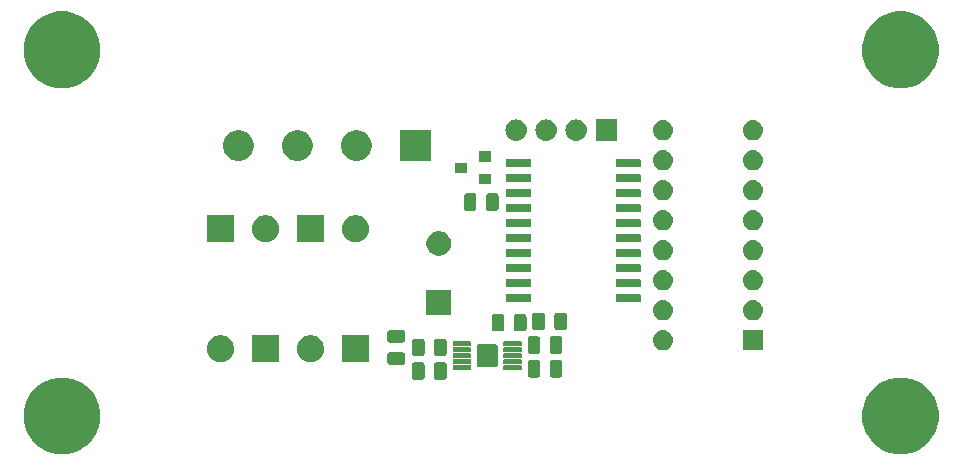
<source format=gbr>
G04 #@! TF.GenerationSoftware,KiCad,Pcbnew,5.1.2*
G04 #@! TF.CreationDate,2019-06-23T16:51:23+01:00*
G04 #@! TF.ProjectId,garage_receiver,67617261-6765-45f7-9265-636569766572,rev?*
G04 #@! TF.SameCoordinates,Original*
G04 #@! TF.FileFunction,Soldermask,Top*
G04 #@! TF.FilePolarity,Negative*
%FSLAX46Y46*%
G04 Gerber Fmt 4.6, Leading zero omitted, Abs format (unit mm)*
G04 Created by KiCad (PCBNEW 5.1.2) date 2019-06-23 16:51:23*
%MOMM*%
%LPD*%
G04 APERTURE LIST*
%ADD10C,0.100000*%
G04 APERTURE END LIST*
D10*
G36*
X252430279Y-112089933D02*
G01*
X252430281Y-112089934D01*
X252430282Y-112089934D01*
X253021926Y-112335001D01*
X253199012Y-112453326D01*
X253554391Y-112690782D01*
X254007218Y-113143609D01*
X254170108Y-113387392D01*
X254362999Y-113676074D01*
X254608066Y-114267718D01*
X254608067Y-114267721D01*
X254733000Y-114895802D01*
X254733000Y-115536198D01*
X254706982Y-115667000D01*
X254608066Y-116164282D01*
X254362999Y-116755926D01*
X254345908Y-116781504D01*
X254007218Y-117288391D01*
X253554391Y-117741218D01*
X253217510Y-117966314D01*
X253021926Y-118096999D01*
X252430282Y-118342066D01*
X252430281Y-118342066D01*
X252430279Y-118342067D01*
X251802198Y-118467000D01*
X251161802Y-118467000D01*
X250533721Y-118342067D01*
X250533719Y-118342066D01*
X250533718Y-118342066D01*
X249942074Y-118096999D01*
X249746490Y-117966314D01*
X249409609Y-117741218D01*
X248956782Y-117288391D01*
X248618092Y-116781504D01*
X248601001Y-116755926D01*
X248355934Y-116164282D01*
X248257019Y-115667000D01*
X248231000Y-115536198D01*
X248231000Y-114895802D01*
X248355933Y-114267721D01*
X248355934Y-114267718D01*
X248601001Y-113676074D01*
X248793892Y-113387392D01*
X248956782Y-113143609D01*
X249409609Y-112690782D01*
X249764988Y-112453326D01*
X249942074Y-112335001D01*
X250533718Y-112089934D01*
X250533719Y-112089934D01*
X250533721Y-112089933D01*
X251161802Y-111965000D01*
X251802198Y-111965000D01*
X252430279Y-112089933D01*
X252430279Y-112089933D01*
G37*
G36*
X181430279Y-112089933D02*
G01*
X181430281Y-112089934D01*
X181430282Y-112089934D01*
X182021926Y-112335001D01*
X182199012Y-112453326D01*
X182554391Y-112690782D01*
X183007218Y-113143609D01*
X183170108Y-113387392D01*
X183362999Y-113676074D01*
X183608066Y-114267718D01*
X183608067Y-114267721D01*
X183733000Y-114895802D01*
X183733000Y-115536198D01*
X183706982Y-115667000D01*
X183608066Y-116164282D01*
X183362999Y-116755926D01*
X183345908Y-116781504D01*
X183007218Y-117288391D01*
X182554391Y-117741218D01*
X182217510Y-117966314D01*
X182021926Y-118096999D01*
X181430282Y-118342066D01*
X181430281Y-118342066D01*
X181430279Y-118342067D01*
X180802198Y-118467000D01*
X180161802Y-118467000D01*
X179533721Y-118342067D01*
X179533719Y-118342066D01*
X179533718Y-118342066D01*
X178942074Y-118096999D01*
X178746490Y-117966314D01*
X178409609Y-117741218D01*
X177956782Y-117288391D01*
X177618092Y-116781504D01*
X177601001Y-116755926D01*
X177355934Y-116164282D01*
X177257019Y-115667000D01*
X177231000Y-115536198D01*
X177231000Y-114895802D01*
X177355933Y-114267721D01*
X177355934Y-114267718D01*
X177601001Y-113676074D01*
X177793892Y-113387392D01*
X177956782Y-113143609D01*
X178409609Y-112690782D01*
X178764988Y-112453326D01*
X178942074Y-112335001D01*
X179533718Y-112089934D01*
X179533719Y-112089934D01*
X179533721Y-112089933D01*
X180161802Y-111965000D01*
X180802198Y-111965000D01*
X181430279Y-112089933D01*
X181430279Y-112089933D01*
G37*
G36*
X212859347Y-110669955D02*
G01*
X212905593Y-110683983D01*
X212948214Y-110706765D01*
X212985575Y-110737425D01*
X213016235Y-110774786D01*
X213039017Y-110817407D01*
X213053045Y-110863653D01*
X213058000Y-110913958D01*
X213058000Y-111918042D01*
X213053045Y-111968347D01*
X213039017Y-112014593D01*
X213016235Y-112057214D01*
X212985575Y-112094575D01*
X212948214Y-112125235D01*
X212905593Y-112148017D01*
X212859347Y-112162045D01*
X212809042Y-112167000D01*
X212229958Y-112167000D01*
X212179653Y-112162045D01*
X212133407Y-112148017D01*
X212090786Y-112125235D01*
X212053425Y-112094575D01*
X212022765Y-112057214D01*
X211999983Y-112014593D01*
X211985955Y-111968347D01*
X211981000Y-111918042D01*
X211981000Y-110913958D01*
X211985955Y-110863653D01*
X211999983Y-110817407D01*
X212022765Y-110774786D01*
X212053425Y-110737425D01*
X212090786Y-110706765D01*
X212133407Y-110683983D01*
X212179653Y-110669955D01*
X212229958Y-110665000D01*
X212809042Y-110665000D01*
X212859347Y-110669955D01*
X212859347Y-110669955D01*
G37*
G36*
X210984347Y-110669955D02*
G01*
X211030593Y-110683983D01*
X211073214Y-110706765D01*
X211110575Y-110737425D01*
X211141235Y-110774786D01*
X211164017Y-110817407D01*
X211178045Y-110863653D01*
X211183000Y-110913958D01*
X211183000Y-111918042D01*
X211178045Y-111968347D01*
X211164017Y-112014593D01*
X211141235Y-112057214D01*
X211110575Y-112094575D01*
X211073214Y-112125235D01*
X211030593Y-112148017D01*
X210984347Y-112162045D01*
X210934042Y-112167000D01*
X210354958Y-112167000D01*
X210304653Y-112162045D01*
X210258407Y-112148017D01*
X210215786Y-112125235D01*
X210178425Y-112094575D01*
X210147765Y-112057214D01*
X210124983Y-112014593D01*
X210110955Y-111968347D01*
X210106000Y-111918042D01*
X210106000Y-110913958D01*
X210110955Y-110863653D01*
X210124983Y-110817407D01*
X210147765Y-110774786D01*
X210178425Y-110737425D01*
X210215786Y-110706765D01*
X210258407Y-110683983D01*
X210304653Y-110669955D01*
X210354958Y-110665000D01*
X210934042Y-110665000D01*
X210984347Y-110669955D01*
X210984347Y-110669955D01*
G37*
G36*
X222659347Y-110469955D02*
G01*
X222705593Y-110483983D01*
X222748214Y-110506765D01*
X222785575Y-110537425D01*
X222816235Y-110574786D01*
X222839017Y-110617407D01*
X222853045Y-110663653D01*
X222858000Y-110713958D01*
X222858000Y-111718042D01*
X222853045Y-111768347D01*
X222839017Y-111814593D01*
X222816235Y-111857214D01*
X222785575Y-111894575D01*
X222748214Y-111925235D01*
X222705593Y-111948017D01*
X222659347Y-111962045D01*
X222609042Y-111967000D01*
X222029958Y-111967000D01*
X221979653Y-111962045D01*
X221933407Y-111948017D01*
X221890786Y-111925235D01*
X221853425Y-111894575D01*
X221822765Y-111857214D01*
X221799983Y-111814593D01*
X221785955Y-111768347D01*
X221781000Y-111718042D01*
X221781000Y-110713958D01*
X221785955Y-110663653D01*
X221799983Y-110617407D01*
X221822765Y-110574786D01*
X221853425Y-110537425D01*
X221890786Y-110506765D01*
X221933407Y-110483983D01*
X221979653Y-110469955D01*
X222029958Y-110465000D01*
X222609042Y-110465000D01*
X222659347Y-110469955D01*
X222659347Y-110469955D01*
G37*
G36*
X220784347Y-110469955D02*
G01*
X220830593Y-110483983D01*
X220873214Y-110506765D01*
X220910575Y-110537425D01*
X220941235Y-110574786D01*
X220964017Y-110617407D01*
X220978045Y-110663653D01*
X220983000Y-110713958D01*
X220983000Y-111718042D01*
X220978045Y-111768347D01*
X220964017Y-111814593D01*
X220941235Y-111857214D01*
X220910575Y-111894575D01*
X220873214Y-111925235D01*
X220830593Y-111948017D01*
X220784347Y-111962045D01*
X220734042Y-111967000D01*
X220154958Y-111967000D01*
X220104653Y-111962045D01*
X220058407Y-111948017D01*
X220015786Y-111925235D01*
X219978425Y-111894575D01*
X219947765Y-111857214D01*
X219924983Y-111814593D01*
X219910955Y-111768347D01*
X219906000Y-111718042D01*
X219906000Y-110713958D01*
X219910955Y-110663653D01*
X219924983Y-110617407D01*
X219947765Y-110574786D01*
X219978425Y-110537425D01*
X220015786Y-110506765D01*
X220058407Y-110483983D01*
X220104653Y-110469955D01*
X220154958Y-110465000D01*
X220734042Y-110465000D01*
X220784347Y-110469955D01*
X220784347Y-110469955D01*
G37*
G36*
X215045172Y-110916711D02*
G01*
X215059766Y-110921139D01*
X215073214Y-110928327D01*
X215085000Y-110938000D01*
X215094673Y-110949786D01*
X215101861Y-110963234D01*
X215106289Y-110977828D01*
X215108000Y-110995206D01*
X215108000Y-111236794D01*
X215106289Y-111254172D01*
X215101861Y-111268766D01*
X215094673Y-111282214D01*
X215085000Y-111294000D01*
X215073214Y-111303673D01*
X215059766Y-111310861D01*
X215045172Y-111315289D01*
X215027794Y-111317000D01*
X213636206Y-111317000D01*
X213618828Y-111315289D01*
X213604234Y-111310861D01*
X213590786Y-111303673D01*
X213579000Y-111294000D01*
X213569327Y-111282214D01*
X213562139Y-111268766D01*
X213557711Y-111254172D01*
X213556000Y-111236794D01*
X213556000Y-110995206D01*
X213557711Y-110977828D01*
X213562139Y-110963234D01*
X213569327Y-110949786D01*
X213579000Y-110938000D01*
X213590786Y-110928327D01*
X213604234Y-110921139D01*
X213618828Y-110916711D01*
X213636206Y-110915000D01*
X215027794Y-110915000D01*
X215045172Y-110916711D01*
X215045172Y-110916711D01*
G37*
G36*
X219345172Y-110916711D02*
G01*
X219359766Y-110921139D01*
X219373214Y-110928327D01*
X219385000Y-110938000D01*
X219394673Y-110949786D01*
X219401861Y-110963234D01*
X219406289Y-110977828D01*
X219408000Y-110995206D01*
X219408000Y-111236794D01*
X219406289Y-111254172D01*
X219401861Y-111268766D01*
X219394673Y-111282214D01*
X219385000Y-111294000D01*
X219373214Y-111303673D01*
X219359766Y-111310861D01*
X219345172Y-111315289D01*
X219327794Y-111317000D01*
X217936206Y-111317000D01*
X217918828Y-111315289D01*
X217904234Y-111310861D01*
X217890786Y-111303673D01*
X217879000Y-111294000D01*
X217869327Y-111282214D01*
X217862139Y-111268766D01*
X217857711Y-111254172D01*
X217856000Y-111236794D01*
X217856000Y-110995206D01*
X217857711Y-110977828D01*
X217862139Y-110963234D01*
X217869327Y-110949786D01*
X217879000Y-110938000D01*
X217890786Y-110928327D01*
X217904234Y-110921139D01*
X217918828Y-110916711D01*
X217936206Y-110915000D01*
X219327794Y-110915000D01*
X219345172Y-110916711D01*
X219345172Y-110916711D01*
G37*
G36*
X217184954Y-109129702D02*
G01*
X217228727Y-109142980D01*
X217269070Y-109164544D01*
X217304434Y-109193566D01*
X217333456Y-109228930D01*
X217355020Y-109269273D01*
X217368298Y-109313046D01*
X217373000Y-109360781D01*
X217373000Y-110871219D01*
X217368298Y-110918954D01*
X217355020Y-110962727D01*
X217333456Y-111003070D01*
X217304434Y-111038434D01*
X217269070Y-111067456D01*
X217228727Y-111089020D01*
X217184954Y-111102298D01*
X217137219Y-111107000D01*
X215826781Y-111107000D01*
X215779046Y-111102298D01*
X215735273Y-111089020D01*
X215694930Y-111067456D01*
X215659566Y-111038434D01*
X215630544Y-111003070D01*
X215608980Y-110962727D01*
X215595702Y-110918954D01*
X215591000Y-110871219D01*
X215591000Y-109360781D01*
X215595702Y-109313046D01*
X215608980Y-109269273D01*
X215630544Y-109228930D01*
X215659566Y-109193566D01*
X215694930Y-109164544D01*
X215735273Y-109142980D01*
X215779046Y-109129702D01*
X215826781Y-109125000D01*
X217137219Y-109125000D01*
X217184954Y-109129702D01*
X217184954Y-109129702D01*
G37*
G36*
X209334347Y-109819955D02*
G01*
X209380593Y-109833983D01*
X209423214Y-109856765D01*
X209460575Y-109887425D01*
X209491235Y-109924786D01*
X209514017Y-109967407D01*
X209528045Y-110013653D01*
X209533000Y-110063958D01*
X209533000Y-110643042D01*
X209528045Y-110693347D01*
X209514017Y-110739593D01*
X209491235Y-110782214D01*
X209460575Y-110819575D01*
X209423214Y-110850235D01*
X209380593Y-110873017D01*
X209334347Y-110887045D01*
X209284042Y-110892000D01*
X208279958Y-110892000D01*
X208229653Y-110887045D01*
X208183407Y-110873017D01*
X208140786Y-110850235D01*
X208103425Y-110819575D01*
X208072765Y-110782214D01*
X208049983Y-110739593D01*
X208035955Y-110693347D01*
X208031000Y-110643042D01*
X208031000Y-110063958D01*
X208035955Y-110013653D01*
X208049983Y-109967407D01*
X208072765Y-109924786D01*
X208103425Y-109887425D01*
X208140786Y-109856765D01*
X208183407Y-109833983D01*
X208229653Y-109819955D01*
X208279958Y-109815000D01*
X209284042Y-109815000D01*
X209334347Y-109819955D01*
X209334347Y-109819955D01*
G37*
G36*
X215045172Y-110416711D02*
G01*
X215059766Y-110421139D01*
X215073214Y-110428327D01*
X215085000Y-110438000D01*
X215094673Y-110449786D01*
X215101861Y-110463234D01*
X215106289Y-110477828D01*
X215108000Y-110495206D01*
X215108000Y-110736794D01*
X215106289Y-110754172D01*
X215101861Y-110768766D01*
X215094673Y-110782214D01*
X215085000Y-110794000D01*
X215073214Y-110803673D01*
X215059766Y-110810861D01*
X215045172Y-110815289D01*
X215027794Y-110817000D01*
X213636206Y-110817000D01*
X213618828Y-110815289D01*
X213604234Y-110810861D01*
X213590786Y-110803673D01*
X213579000Y-110794000D01*
X213569327Y-110782214D01*
X213562139Y-110768766D01*
X213557711Y-110754172D01*
X213556000Y-110736794D01*
X213556000Y-110495206D01*
X213557711Y-110477828D01*
X213562139Y-110463234D01*
X213569327Y-110449786D01*
X213579000Y-110438000D01*
X213590786Y-110428327D01*
X213604234Y-110421139D01*
X213618828Y-110416711D01*
X213636206Y-110415000D01*
X215027794Y-110415000D01*
X215045172Y-110416711D01*
X215045172Y-110416711D01*
G37*
G36*
X219345172Y-110416711D02*
G01*
X219359766Y-110421139D01*
X219373214Y-110428327D01*
X219385000Y-110438000D01*
X219394673Y-110449786D01*
X219401861Y-110463234D01*
X219406289Y-110477828D01*
X219408000Y-110495206D01*
X219408000Y-110736794D01*
X219406289Y-110754172D01*
X219401861Y-110768766D01*
X219394673Y-110782214D01*
X219385000Y-110794000D01*
X219373214Y-110803673D01*
X219359766Y-110810861D01*
X219345172Y-110815289D01*
X219327794Y-110817000D01*
X217936206Y-110817000D01*
X217918828Y-110815289D01*
X217904234Y-110810861D01*
X217890786Y-110803673D01*
X217879000Y-110794000D01*
X217869327Y-110782214D01*
X217862139Y-110768766D01*
X217857711Y-110754172D01*
X217856000Y-110736794D01*
X217856000Y-110495206D01*
X217857711Y-110477828D01*
X217862139Y-110463234D01*
X217869327Y-110449786D01*
X217879000Y-110438000D01*
X217890786Y-110428327D01*
X217904234Y-110421139D01*
X217918828Y-110416711D01*
X217936206Y-110415000D01*
X219327794Y-110415000D01*
X219345172Y-110416711D01*
X219345172Y-110416711D01*
G37*
G36*
X198869000Y-110685000D02*
G01*
X196567000Y-110685000D01*
X196567000Y-108383000D01*
X198869000Y-108383000D01*
X198869000Y-110685000D01*
X198869000Y-110685000D01*
G37*
G36*
X206489000Y-110685000D02*
G01*
X204187000Y-110685000D01*
X204187000Y-108383000D01*
X206489000Y-108383000D01*
X206489000Y-110685000D01*
X206489000Y-110685000D01*
G37*
G36*
X201753635Y-108399654D02*
G01*
X201825957Y-108421593D01*
X201970596Y-108465468D01*
X201970599Y-108465470D01*
X201970600Y-108465470D01*
X202170555Y-108572348D01*
X202345818Y-108716182D01*
X202489652Y-108891445D01*
X202545481Y-108995893D01*
X202596532Y-109091404D01*
X202627522Y-109193566D01*
X202662346Y-109308365D01*
X202684569Y-109534000D01*
X202662346Y-109759635D01*
X202645551Y-109815000D01*
X202596532Y-109976596D01*
X202596530Y-109976599D01*
X202596530Y-109976600D01*
X202489652Y-110176555D01*
X202345818Y-110351818D01*
X202184774Y-110483983D01*
X202170555Y-110495652D01*
X201970596Y-110602532D01*
X201837051Y-110643042D01*
X201753635Y-110668346D01*
X201584543Y-110685000D01*
X201471457Y-110685000D01*
X201302365Y-110668346D01*
X201218949Y-110643042D01*
X201085404Y-110602532D01*
X200885445Y-110495652D01*
X200871226Y-110483983D01*
X200710182Y-110351818D01*
X200566348Y-110176555D01*
X200459470Y-109976600D01*
X200459470Y-109976599D01*
X200459468Y-109976596D01*
X200410449Y-109815000D01*
X200393654Y-109759635D01*
X200371431Y-109534000D01*
X200393654Y-109308365D01*
X200428478Y-109193566D01*
X200459468Y-109091404D01*
X200510520Y-108995893D01*
X200566348Y-108891445D01*
X200710182Y-108716182D01*
X200885445Y-108572348D01*
X201085400Y-108465470D01*
X201085401Y-108465470D01*
X201085404Y-108465468D01*
X201230043Y-108421593D01*
X201302365Y-108399654D01*
X201471457Y-108383000D01*
X201584543Y-108383000D01*
X201753635Y-108399654D01*
X201753635Y-108399654D01*
G37*
G36*
X194133635Y-108399654D02*
G01*
X194205957Y-108421593D01*
X194350596Y-108465468D01*
X194350599Y-108465470D01*
X194350600Y-108465470D01*
X194550555Y-108572348D01*
X194725818Y-108716182D01*
X194869652Y-108891445D01*
X194925481Y-108995893D01*
X194976532Y-109091404D01*
X195007522Y-109193566D01*
X195042346Y-109308365D01*
X195064569Y-109534000D01*
X195042346Y-109759635D01*
X195025551Y-109815000D01*
X194976532Y-109976596D01*
X194976530Y-109976599D01*
X194976530Y-109976600D01*
X194869652Y-110176555D01*
X194725818Y-110351818D01*
X194564774Y-110483983D01*
X194550555Y-110495652D01*
X194350596Y-110602532D01*
X194217051Y-110643042D01*
X194133635Y-110668346D01*
X193964543Y-110685000D01*
X193851457Y-110685000D01*
X193682365Y-110668346D01*
X193598949Y-110643042D01*
X193465404Y-110602532D01*
X193265445Y-110495652D01*
X193251226Y-110483983D01*
X193090182Y-110351818D01*
X192946348Y-110176555D01*
X192839470Y-109976600D01*
X192839470Y-109976599D01*
X192839468Y-109976596D01*
X192790449Y-109815000D01*
X192773654Y-109759635D01*
X192751431Y-109534000D01*
X192773654Y-109308365D01*
X192808478Y-109193566D01*
X192839468Y-109091404D01*
X192890520Y-108995893D01*
X192946348Y-108891445D01*
X193090182Y-108716182D01*
X193265445Y-108572348D01*
X193465400Y-108465470D01*
X193465401Y-108465470D01*
X193465404Y-108465468D01*
X193610043Y-108421593D01*
X193682365Y-108399654D01*
X193851457Y-108383000D01*
X193964543Y-108383000D01*
X194133635Y-108399654D01*
X194133635Y-108399654D01*
G37*
G36*
X219345172Y-109916711D02*
G01*
X219359766Y-109921139D01*
X219373214Y-109928327D01*
X219385000Y-109938000D01*
X219394673Y-109949786D01*
X219401861Y-109963234D01*
X219406289Y-109977828D01*
X219408000Y-109995206D01*
X219408000Y-110236794D01*
X219406289Y-110254172D01*
X219401861Y-110268766D01*
X219394673Y-110282214D01*
X219385000Y-110294000D01*
X219373214Y-110303673D01*
X219359766Y-110310861D01*
X219345172Y-110315289D01*
X219327794Y-110317000D01*
X217936206Y-110317000D01*
X217918828Y-110315289D01*
X217904234Y-110310861D01*
X217890786Y-110303673D01*
X217879000Y-110294000D01*
X217869327Y-110282214D01*
X217862139Y-110268766D01*
X217857711Y-110254172D01*
X217856000Y-110236794D01*
X217856000Y-109995206D01*
X217857711Y-109977828D01*
X217862139Y-109963234D01*
X217869327Y-109949786D01*
X217879000Y-109938000D01*
X217890786Y-109928327D01*
X217904234Y-109921139D01*
X217918828Y-109916711D01*
X217936206Y-109915000D01*
X219327794Y-109915000D01*
X219345172Y-109916711D01*
X219345172Y-109916711D01*
G37*
G36*
X215045172Y-109916711D02*
G01*
X215059766Y-109921139D01*
X215073214Y-109928327D01*
X215085000Y-109938000D01*
X215094673Y-109949786D01*
X215101861Y-109963234D01*
X215106289Y-109977828D01*
X215108000Y-109995206D01*
X215108000Y-110236794D01*
X215106289Y-110254172D01*
X215101861Y-110268766D01*
X215094673Y-110282214D01*
X215085000Y-110294000D01*
X215073214Y-110303673D01*
X215059766Y-110310861D01*
X215045172Y-110315289D01*
X215027794Y-110317000D01*
X213636206Y-110317000D01*
X213618828Y-110315289D01*
X213604234Y-110310861D01*
X213590786Y-110303673D01*
X213579000Y-110294000D01*
X213569327Y-110282214D01*
X213562139Y-110268766D01*
X213557711Y-110254172D01*
X213556000Y-110236794D01*
X213556000Y-109995206D01*
X213557711Y-109977828D01*
X213562139Y-109963234D01*
X213569327Y-109949786D01*
X213579000Y-109938000D01*
X213590786Y-109928327D01*
X213604234Y-109921139D01*
X213618828Y-109916711D01*
X213636206Y-109915000D01*
X215027794Y-109915000D01*
X215045172Y-109916711D01*
X215045172Y-109916711D01*
G37*
G36*
X210984347Y-108669955D02*
G01*
X211030593Y-108683983D01*
X211073214Y-108706765D01*
X211110575Y-108737425D01*
X211141235Y-108774786D01*
X211164017Y-108817407D01*
X211178045Y-108863653D01*
X211183000Y-108913958D01*
X211183000Y-109918042D01*
X211178045Y-109968347D01*
X211164017Y-110014593D01*
X211141235Y-110057214D01*
X211110575Y-110094575D01*
X211073214Y-110125235D01*
X211030593Y-110148017D01*
X210984347Y-110162045D01*
X210934042Y-110167000D01*
X210354958Y-110167000D01*
X210304653Y-110162045D01*
X210258407Y-110148017D01*
X210215786Y-110125235D01*
X210178425Y-110094575D01*
X210147765Y-110057214D01*
X210124983Y-110014593D01*
X210110955Y-109968347D01*
X210106000Y-109918042D01*
X210106000Y-108913958D01*
X210110955Y-108863653D01*
X210124983Y-108817407D01*
X210147765Y-108774786D01*
X210178425Y-108737425D01*
X210215786Y-108706765D01*
X210258407Y-108683983D01*
X210304653Y-108669955D01*
X210354958Y-108665000D01*
X210934042Y-108665000D01*
X210984347Y-108669955D01*
X210984347Y-108669955D01*
G37*
G36*
X212859347Y-108669955D02*
G01*
X212905593Y-108683983D01*
X212948214Y-108706765D01*
X212985575Y-108737425D01*
X213016235Y-108774786D01*
X213039017Y-108817407D01*
X213053045Y-108863653D01*
X213058000Y-108913958D01*
X213058000Y-109918042D01*
X213053045Y-109968347D01*
X213039017Y-110014593D01*
X213016235Y-110057214D01*
X212985575Y-110094575D01*
X212948214Y-110125235D01*
X212905593Y-110148017D01*
X212859347Y-110162045D01*
X212809042Y-110167000D01*
X212229958Y-110167000D01*
X212179653Y-110162045D01*
X212133407Y-110148017D01*
X212090786Y-110125235D01*
X212053425Y-110094575D01*
X212022765Y-110057214D01*
X211999983Y-110014593D01*
X211985955Y-109968347D01*
X211981000Y-109918042D01*
X211981000Y-108913958D01*
X211985955Y-108863653D01*
X211999983Y-108817407D01*
X212022765Y-108774786D01*
X212053425Y-108737425D01*
X212090786Y-108706765D01*
X212133407Y-108683983D01*
X212179653Y-108669955D01*
X212229958Y-108665000D01*
X212809042Y-108665000D01*
X212859347Y-108669955D01*
X212859347Y-108669955D01*
G37*
G36*
X220784347Y-108469955D02*
G01*
X220830593Y-108483983D01*
X220873214Y-108506765D01*
X220910575Y-108537425D01*
X220941235Y-108574786D01*
X220964017Y-108617407D01*
X220978045Y-108663653D01*
X220983000Y-108713958D01*
X220983000Y-109718042D01*
X220978045Y-109768347D01*
X220964017Y-109814593D01*
X220941235Y-109857214D01*
X220910575Y-109894575D01*
X220873214Y-109925235D01*
X220830593Y-109948017D01*
X220784347Y-109962045D01*
X220734042Y-109967000D01*
X220154958Y-109967000D01*
X220104653Y-109962045D01*
X220058407Y-109948017D01*
X220015786Y-109925235D01*
X219978425Y-109894575D01*
X219947765Y-109857214D01*
X219924983Y-109814593D01*
X219910955Y-109768347D01*
X219906000Y-109718042D01*
X219906000Y-108713958D01*
X219910955Y-108663653D01*
X219924983Y-108617407D01*
X219947765Y-108574786D01*
X219978425Y-108537425D01*
X220015786Y-108506765D01*
X220058407Y-108483983D01*
X220104653Y-108469955D01*
X220154958Y-108465000D01*
X220734042Y-108465000D01*
X220784347Y-108469955D01*
X220784347Y-108469955D01*
G37*
G36*
X222659347Y-108469955D02*
G01*
X222705593Y-108483983D01*
X222748214Y-108506765D01*
X222785575Y-108537425D01*
X222816235Y-108574786D01*
X222839017Y-108617407D01*
X222853045Y-108663653D01*
X222858000Y-108713958D01*
X222858000Y-109718042D01*
X222853045Y-109768347D01*
X222839017Y-109814593D01*
X222816235Y-109857214D01*
X222785575Y-109894575D01*
X222748214Y-109925235D01*
X222705593Y-109948017D01*
X222659347Y-109962045D01*
X222609042Y-109967000D01*
X222029958Y-109967000D01*
X221979653Y-109962045D01*
X221933407Y-109948017D01*
X221890786Y-109925235D01*
X221853425Y-109894575D01*
X221822765Y-109857214D01*
X221799983Y-109814593D01*
X221785955Y-109768347D01*
X221781000Y-109718042D01*
X221781000Y-108713958D01*
X221785955Y-108663653D01*
X221799983Y-108617407D01*
X221822765Y-108574786D01*
X221853425Y-108537425D01*
X221890786Y-108506765D01*
X221933407Y-108483983D01*
X221979653Y-108469955D01*
X222029958Y-108465000D01*
X222609042Y-108465000D01*
X222659347Y-108469955D01*
X222659347Y-108469955D01*
G37*
G36*
X219345172Y-109416711D02*
G01*
X219359766Y-109421139D01*
X219373214Y-109428327D01*
X219385000Y-109438000D01*
X219394673Y-109449786D01*
X219401861Y-109463234D01*
X219406289Y-109477828D01*
X219408000Y-109495206D01*
X219408000Y-109736794D01*
X219406289Y-109754172D01*
X219401861Y-109768766D01*
X219394673Y-109782214D01*
X219385000Y-109794000D01*
X219373214Y-109803673D01*
X219359766Y-109810861D01*
X219345172Y-109815289D01*
X219327794Y-109817000D01*
X217936206Y-109817000D01*
X217918828Y-109815289D01*
X217904234Y-109810861D01*
X217890786Y-109803673D01*
X217879000Y-109794000D01*
X217869327Y-109782214D01*
X217862139Y-109768766D01*
X217857711Y-109754172D01*
X217856000Y-109736794D01*
X217856000Y-109495206D01*
X217857711Y-109477828D01*
X217862139Y-109463234D01*
X217869327Y-109449786D01*
X217879000Y-109438000D01*
X217890786Y-109428327D01*
X217904234Y-109421139D01*
X217918828Y-109416711D01*
X217936206Y-109415000D01*
X219327794Y-109415000D01*
X219345172Y-109416711D01*
X219345172Y-109416711D01*
G37*
G36*
X215045172Y-109416711D02*
G01*
X215059766Y-109421139D01*
X215073214Y-109428327D01*
X215085000Y-109438000D01*
X215094673Y-109449786D01*
X215101861Y-109463234D01*
X215106289Y-109477828D01*
X215108000Y-109495206D01*
X215108000Y-109736794D01*
X215106289Y-109754172D01*
X215101861Y-109768766D01*
X215094673Y-109782214D01*
X215085000Y-109794000D01*
X215073214Y-109803673D01*
X215059766Y-109810861D01*
X215045172Y-109815289D01*
X215027794Y-109817000D01*
X213636206Y-109817000D01*
X213618828Y-109815289D01*
X213604234Y-109810861D01*
X213590786Y-109803673D01*
X213579000Y-109794000D01*
X213569327Y-109782214D01*
X213562139Y-109768766D01*
X213557711Y-109754172D01*
X213556000Y-109736794D01*
X213556000Y-109495206D01*
X213557711Y-109477828D01*
X213562139Y-109463234D01*
X213569327Y-109449786D01*
X213579000Y-109438000D01*
X213590786Y-109428327D01*
X213604234Y-109421139D01*
X213618828Y-109416711D01*
X213636206Y-109415000D01*
X215027794Y-109415000D01*
X215045172Y-109416711D01*
X215045172Y-109416711D01*
G37*
G36*
X231528826Y-107977314D02*
G01*
X231689236Y-108025973D01*
X231837078Y-108104996D01*
X231966659Y-108211341D01*
X232073004Y-108340922D01*
X232152027Y-108488764D01*
X232200686Y-108649174D01*
X232217118Y-108816000D01*
X232200686Y-108982826D01*
X232152027Y-109143236D01*
X232073004Y-109291078D01*
X231966659Y-109420659D01*
X231837078Y-109527004D01*
X231689236Y-109606027D01*
X231528826Y-109654686D01*
X231403805Y-109667000D01*
X231320195Y-109667000D01*
X231195174Y-109654686D01*
X231034764Y-109606027D01*
X230886922Y-109527004D01*
X230757341Y-109420659D01*
X230650996Y-109291078D01*
X230571973Y-109143236D01*
X230523314Y-108982826D01*
X230506882Y-108816000D01*
X230523314Y-108649174D01*
X230571973Y-108488764D01*
X230650996Y-108340922D01*
X230757341Y-108211341D01*
X230886922Y-108104996D01*
X231034764Y-108025973D01*
X231195174Y-107977314D01*
X231320195Y-107965000D01*
X231403805Y-107965000D01*
X231528826Y-107977314D01*
X231528826Y-107977314D01*
G37*
G36*
X239833000Y-109667000D02*
G01*
X238131000Y-109667000D01*
X238131000Y-107965000D01*
X239833000Y-107965000D01*
X239833000Y-109667000D01*
X239833000Y-109667000D01*
G37*
G36*
X219345172Y-108916711D02*
G01*
X219359766Y-108921139D01*
X219373214Y-108928327D01*
X219385000Y-108938000D01*
X219394673Y-108949786D01*
X219401861Y-108963234D01*
X219406289Y-108977828D01*
X219408000Y-108995206D01*
X219408000Y-109236794D01*
X219406289Y-109254172D01*
X219401861Y-109268766D01*
X219394673Y-109282214D01*
X219385000Y-109294000D01*
X219373214Y-109303673D01*
X219359766Y-109310861D01*
X219345172Y-109315289D01*
X219327794Y-109317000D01*
X217936206Y-109317000D01*
X217918828Y-109315289D01*
X217904234Y-109310861D01*
X217890786Y-109303673D01*
X217879000Y-109294000D01*
X217869327Y-109282214D01*
X217862139Y-109268766D01*
X217857711Y-109254172D01*
X217856000Y-109236794D01*
X217856000Y-108995206D01*
X217857711Y-108977828D01*
X217862139Y-108963234D01*
X217869327Y-108949786D01*
X217879000Y-108938000D01*
X217890786Y-108928327D01*
X217904234Y-108921139D01*
X217918828Y-108916711D01*
X217936206Y-108915000D01*
X219327794Y-108915000D01*
X219345172Y-108916711D01*
X219345172Y-108916711D01*
G37*
G36*
X215045172Y-108916711D02*
G01*
X215059766Y-108921139D01*
X215073214Y-108928327D01*
X215085000Y-108938000D01*
X215094673Y-108949786D01*
X215101861Y-108963234D01*
X215106289Y-108977828D01*
X215108000Y-108995206D01*
X215108000Y-109236794D01*
X215106289Y-109254172D01*
X215101861Y-109268766D01*
X215094673Y-109282214D01*
X215085000Y-109294000D01*
X215073214Y-109303673D01*
X215059766Y-109310861D01*
X215045172Y-109315289D01*
X215027794Y-109317000D01*
X213636206Y-109317000D01*
X213618828Y-109315289D01*
X213604234Y-109310861D01*
X213590786Y-109303673D01*
X213579000Y-109294000D01*
X213569327Y-109282214D01*
X213562139Y-109268766D01*
X213557711Y-109254172D01*
X213556000Y-109236794D01*
X213556000Y-108995206D01*
X213557711Y-108977828D01*
X213562139Y-108963234D01*
X213569327Y-108949786D01*
X213579000Y-108938000D01*
X213590786Y-108928327D01*
X213604234Y-108921139D01*
X213618828Y-108916711D01*
X213636206Y-108915000D01*
X215027794Y-108915000D01*
X215045172Y-108916711D01*
X215045172Y-108916711D01*
G37*
G36*
X209334347Y-107944955D02*
G01*
X209380593Y-107958983D01*
X209423214Y-107981765D01*
X209460575Y-108012425D01*
X209491235Y-108049786D01*
X209514017Y-108092407D01*
X209528045Y-108138653D01*
X209533000Y-108188958D01*
X209533000Y-108768042D01*
X209528045Y-108818347D01*
X209514017Y-108864593D01*
X209491235Y-108907214D01*
X209460575Y-108944575D01*
X209423214Y-108975235D01*
X209380593Y-108998017D01*
X209334347Y-109012045D01*
X209284042Y-109017000D01*
X208279958Y-109017000D01*
X208229653Y-109012045D01*
X208183407Y-108998017D01*
X208140786Y-108975235D01*
X208103425Y-108944575D01*
X208072765Y-108907214D01*
X208049983Y-108864593D01*
X208035955Y-108818347D01*
X208031000Y-108768042D01*
X208031000Y-108188958D01*
X208035955Y-108138653D01*
X208049983Y-108092407D01*
X208072765Y-108049786D01*
X208103425Y-108012425D01*
X208140786Y-107981765D01*
X208183407Y-107958983D01*
X208229653Y-107944955D01*
X208279958Y-107940000D01*
X209284042Y-107940000D01*
X209334347Y-107944955D01*
X209334347Y-107944955D01*
G37*
G36*
X217746847Y-106569955D02*
G01*
X217793093Y-106583983D01*
X217835714Y-106606765D01*
X217873075Y-106637425D01*
X217903735Y-106674786D01*
X217926517Y-106717407D01*
X217940545Y-106763653D01*
X217945500Y-106813958D01*
X217945500Y-107818042D01*
X217940545Y-107868347D01*
X217926517Y-107914593D01*
X217903735Y-107957214D01*
X217873075Y-107994575D01*
X217835714Y-108025235D01*
X217793093Y-108048017D01*
X217746847Y-108062045D01*
X217696542Y-108067000D01*
X217117458Y-108067000D01*
X217067153Y-108062045D01*
X217020907Y-108048017D01*
X216978286Y-108025235D01*
X216940925Y-107994575D01*
X216910265Y-107957214D01*
X216887483Y-107914593D01*
X216873455Y-107868347D01*
X216868500Y-107818042D01*
X216868500Y-106813958D01*
X216873455Y-106763653D01*
X216887483Y-106717407D01*
X216910265Y-106674786D01*
X216940925Y-106637425D01*
X216978286Y-106606765D01*
X217020907Y-106583983D01*
X217067153Y-106569955D01*
X217117458Y-106565000D01*
X217696542Y-106565000D01*
X217746847Y-106569955D01*
X217746847Y-106569955D01*
G37*
G36*
X219621847Y-106569955D02*
G01*
X219668093Y-106583983D01*
X219710714Y-106606765D01*
X219748075Y-106637425D01*
X219778735Y-106674786D01*
X219801517Y-106717407D01*
X219815545Y-106763653D01*
X219820500Y-106813958D01*
X219820500Y-107818042D01*
X219815545Y-107868347D01*
X219801517Y-107914593D01*
X219778735Y-107957214D01*
X219748075Y-107994575D01*
X219710714Y-108025235D01*
X219668093Y-108048017D01*
X219621847Y-108062045D01*
X219571542Y-108067000D01*
X218992458Y-108067000D01*
X218942153Y-108062045D01*
X218895907Y-108048017D01*
X218853286Y-108025235D01*
X218815925Y-107994575D01*
X218785265Y-107957214D01*
X218762483Y-107914593D01*
X218748455Y-107868347D01*
X218743500Y-107818042D01*
X218743500Y-106813958D01*
X218748455Y-106763653D01*
X218762483Y-106717407D01*
X218785265Y-106674786D01*
X218815925Y-106637425D01*
X218853286Y-106606765D01*
X218895907Y-106583983D01*
X218942153Y-106569955D01*
X218992458Y-106565000D01*
X219571542Y-106565000D01*
X219621847Y-106569955D01*
X219621847Y-106569955D01*
G37*
G36*
X223059347Y-106469955D02*
G01*
X223105593Y-106483983D01*
X223148214Y-106506765D01*
X223185575Y-106537425D01*
X223216235Y-106574786D01*
X223239017Y-106617407D01*
X223253045Y-106663653D01*
X223258000Y-106713958D01*
X223258000Y-107718042D01*
X223253045Y-107768347D01*
X223239017Y-107814593D01*
X223216235Y-107857214D01*
X223185575Y-107894575D01*
X223148214Y-107925235D01*
X223105593Y-107948017D01*
X223059347Y-107962045D01*
X223009042Y-107967000D01*
X222429958Y-107967000D01*
X222379653Y-107962045D01*
X222333407Y-107948017D01*
X222290786Y-107925235D01*
X222253425Y-107894575D01*
X222222765Y-107857214D01*
X222199983Y-107814593D01*
X222185955Y-107768347D01*
X222181000Y-107718042D01*
X222181000Y-106713958D01*
X222185955Y-106663653D01*
X222199983Y-106617407D01*
X222222765Y-106574786D01*
X222253425Y-106537425D01*
X222290786Y-106506765D01*
X222333407Y-106483983D01*
X222379653Y-106469955D01*
X222429958Y-106465000D01*
X223009042Y-106465000D01*
X223059347Y-106469955D01*
X223059347Y-106469955D01*
G37*
G36*
X221184347Y-106469955D02*
G01*
X221230593Y-106483983D01*
X221273214Y-106506765D01*
X221310575Y-106537425D01*
X221341235Y-106574786D01*
X221364017Y-106617407D01*
X221378045Y-106663653D01*
X221383000Y-106713958D01*
X221383000Y-107718042D01*
X221378045Y-107768347D01*
X221364017Y-107814593D01*
X221341235Y-107857214D01*
X221310575Y-107894575D01*
X221273214Y-107925235D01*
X221230593Y-107948017D01*
X221184347Y-107962045D01*
X221134042Y-107967000D01*
X220554958Y-107967000D01*
X220504653Y-107962045D01*
X220458407Y-107948017D01*
X220415786Y-107925235D01*
X220378425Y-107894575D01*
X220347765Y-107857214D01*
X220324983Y-107814593D01*
X220310955Y-107768347D01*
X220306000Y-107718042D01*
X220306000Y-106713958D01*
X220310955Y-106663653D01*
X220324983Y-106617407D01*
X220347765Y-106574786D01*
X220378425Y-106537425D01*
X220415786Y-106506765D01*
X220458407Y-106483983D01*
X220504653Y-106469955D01*
X220554958Y-106465000D01*
X221134042Y-106465000D01*
X221184347Y-106469955D01*
X221184347Y-106469955D01*
G37*
G36*
X231528826Y-105437314D02*
G01*
X231689236Y-105485973D01*
X231837078Y-105564996D01*
X231966659Y-105671341D01*
X232073004Y-105800922D01*
X232152027Y-105948764D01*
X232200686Y-106109174D01*
X232217118Y-106276000D01*
X232200686Y-106442826D01*
X232152027Y-106603236D01*
X232073004Y-106751078D01*
X231966659Y-106880659D01*
X231837078Y-106987004D01*
X231689236Y-107066027D01*
X231528826Y-107114686D01*
X231403805Y-107127000D01*
X231320195Y-107127000D01*
X231195174Y-107114686D01*
X231034764Y-107066027D01*
X230886922Y-106987004D01*
X230757341Y-106880659D01*
X230650996Y-106751078D01*
X230571973Y-106603236D01*
X230523314Y-106442826D01*
X230506882Y-106276000D01*
X230523314Y-106109174D01*
X230571973Y-105948764D01*
X230650996Y-105800922D01*
X230757341Y-105671341D01*
X230886922Y-105564996D01*
X231034764Y-105485973D01*
X231195174Y-105437314D01*
X231320195Y-105425000D01*
X231403805Y-105425000D01*
X231528826Y-105437314D01*
X231528826Y-105437314D01*
G37*
G36*
X239148826Y-105437314D02*
G01*
X239309236Y-105485973D01*
X239457078Y-105564996D01*
X239586659Y-105671341D01*
X239693004Y-105800922D01*
X239772027Y-105948764D01*
X239820686Y-106109174D01*
X239837118Y-106276000D01*
X239820686Y-106442826D01*
X239772027Y-106603236D01*
X239693004Y-106751078D01*
X239586659Y-106880659D01*
X239457078Y-106987004D01*
X239309236Y-107066027D01*
X239148826Y-107114686D01*
X239023805Y-107127000D01*
X238940195Y-107127000D01*
X238815174Y-107114686D01*
X238654764Y-107066027D01*
X238506922Y-106987004D01*
X238377341Y-106880659D01*
X238270996Y-106751078D01*
X238191973Y-106603236D01*
X238143314Y-106442826D01*
X238126882Y-106276000D01*
X238143314Y-106109174D01*
X238191973Y-105948764D01*
X238270996Y-105800922D01*
X238377341Y-105671341D01*
X238506922Y-105564996D01*
X238654764Y-105485973D01*
X238815174Y-105437314D01*
X238940195Y-105425000D01*
X239023805Y-105425000D01*
X239148826Y-105437314D01*
X239148826Y-105437314D01*
G37*
G36*
X213433000Y-106667000D02*
G01*
X211331000Y-106667000D01*
X211331000Y-104565000D01*
X213433000Y-104565000D01*
X213433000Y-106667000D01*
X213433000Y-106667000D01*
G37*
G36*
X229384806Y-104883152D02*
G01*
X229413463Y-104891846D01*
X229439886Y-104905970D01*
X229463033Y-104924967D01*
X229482030Y-104948114D01*
X229496154Y-104974537D01*
X229504848Y-105003194D01*
X229508000Y-105035206D01*
X229508000Y-105426794D01*
X229504848Y-105458806D01*
X229496154Y-105487463D01*
X229482030Y-105513886D01*
X229463033Y-105537033D01*
X229439886Y-105556030D01*
X229413463Y-105570154D01*
X229384806Y-105578848D01*
X229352794Y-105582000D01*
X227511206Y-105582000D01*
X227479194Y-105578848D01*
X227450537Y-105570154D01*
X227424114Y-105556030D01*
X227400967Y-105537033D01*
X227381970Y-105513886D01*
X227367846Y-105487463D01*
X227359152Y-105458806D01*
X227356000Y-105426794D01*
X227356000Y-105035206D01*
X227359152Y-105003194D01*
X227367846Y-104974537D01*
X227381970Y-104948114D01*
X227400967Y-104924967D01*
X227424114Y-104905970D01*
X227450537Y-104891846D01*
X227479194Y-104883152D01*
X227511206Y-104880000D01*
X229352794Y-104880000D01*
X229384806Y-104883152D01*
X229384806Y-104883152D01*
G37*
G36*
X220084806Y-104883152D02*
G01*
X220113463Y-104891846D01*
X220139886Y-104905970D01*
X220163033Y-104924967D01*
X220182030Y-104948114D01*
X220196154Y-104974537D01*
X220204848Y-105003194D01*
X220208000Y-105035206D01*
X220208000Y-105426794D01*
X220204848Y-105458806D01*
X220196154Y-105487463D01*
X220182030Y-105513886D01*
X220163033Y-105537033D01*
X220139886Y-105556030D01*
X220113463Y-105570154D01*
X220084806Y-105578848D01*
X220052794Y-105582000D01*
X218211206Y-105582000D01*
X218179194Y-105578848D01*
X218150537Y-105570154D01*
X218124114Y-105556030D01*
X218100967Y-105537033D01*
X218081970Y-105513886D01*
X218067846Y-105487463D01*
X218059152Y-105458806D01*
X218056000Y-105426794D01*
X218056000Y-105035206D01*
X218059152Y-105003194D01*
X218067846Y-104974537D01*
X218081970Y-104948114D01*
X218100967Y-104924967D01*
X218124114Y-104905970D01*
X218150537Y-104891846D01*
X218179194Y-104883152D01*
X218211206Y-104880000D01*
X220052794Y-104880000D01*
X220084806Y-104883152D01*
X220084806Y-104883152D01*
G37*
G36*
X231528826Y-102897314D02*
G01*
X231689236Y-102945973D01*
X231837078Y-103024996D01*
X231966659Y-103131341D01*
X232073004Y-103260922D01*
X232152027Y-103408764D01*
X232200686Y-103569174D01*
X232217118Y-103736000D01*
X232200686Y-103902826D01*
X232152027Y-104063236D01*
X232073004Y-104211078D01*
X231966659Y-104340659D01*
X231837078Y-104447004D01*
X231689236Y-104526027D01*
X231528826Y-104574686D01*
X231403805Y-104587000D01*
X231320195Y-104587000D01*
X231195174Y-104574686D01*
X231034764Y-104526027D01*
X230886922Y-104447004D01*
X230757341Y-104340659D01*
X230650996Y-104211078D01*
X230571973Y-104063236D01*
X230523314Y-103902826D01*
X230506882Y-103736000D01*
X230523314Y-103569174D01*
X230571973Y-103408764D01*
X230650996Y-103260922D01*
X230757341Y-103131341D01*
X230886922Y-103024996D01*
X231034764Y-102945973D01*
X231195174Y-102897314D01*
X231320195Y-102885000D01*
X231403805Y-102885000D01*
X231528826Y-102897314D01*
X231528826Y-102897314D01*
G37*
G36*
X239148826Y-102897314D02*
G01*
X239309236Y-102945973D01*
X239457078Y-103024996D01*
X239586659Y-103131341D01*
X239693004Y-103260922D01*
X239772027Y-103408764D01*
X239820686Y-103569174D01*
X239837118Y-103736000D01*
X239820686Y-103902826D01*
X239772027Y-104063236D01*
X239693004Y-104211078D01*
X239586659Y-104340659D01*
X239457078Y-104447004D01*
X239309236Y-104526027D01*
X239148826Y-104574686D01*
X239023805Y-104587000D01*
X238940195Y-104587000D01*
X238815174Y-104574686D01*
X238654764Y-104526027D01*
X238506922Y-104447004D01*
X238377341Y-104340659D01*
X238270996Y-104211078D01*
X238191973Y-104063236D01*
X238143314Y-103902826D01*
X238126882Y-103736000D01*
X238143314Y-103569174D01*
X238191973Y-103408764D01*
X238270996Y-103260922D01*
X238377341Y-103131341D01*
X238506922Y-103024996D01*
X238654764Y-102945973D01*
X238815174Y-102897314D01*
X238940195Y-102885000D01*
X239023805Y-102885000D01*
X239148826Y-102897314D01*
X239148826Y-102897314D01*
G37*
G36*
X229384806Y-103613152D02*
G01*
X229413463Y-103621846D01*
X229439886Y-103635970D01*
X229463033Y-103654967D01*
X229482030Y-103678114D01*
X229496154Y-103704537D01*
X229504848Y-103733194D01*
X229508000Y-103765206D01*
X229508000Y-104156794D01*
X229504848Y-104188806D01*
X229496154Y-104217463D01*
X229482030Y-104243886D01*
X229463033Y-104267033D01*
X229439886Y-104286030D01*
X229413463Y-104300154D01*
X229384806Y-104308848D01*
X229352794Y-104312000D01*
X227511206Y-104312000D01*
X227479194Y-104308848D01*
X227450537Y-104300154D01*
X227424114Y-104286030D01*
X227400967Y-104267033D01*
X227381970Y-104243886D01*
X227367846Y-104217463D01*
X227359152Y-104188806D01*
X227356000Y-104156794D01*
X227356000Y-103765206D01*
X227359152Y-103733194D01*
X227367846Y-103704537D01*
X227381970Y-103678114D01*
X227400967Y-103654967D01*
X227424114Y-103635970D01*
X227450537Y-103621846D01*
X227479194Y-103613152D01*
X227511206Y-103610000D01*
X229352794Y-103610000D01*
X229384806Y-103613152D01*
X229384806Y-103613152D01*
G37*
G36*
X220084806Y-103613152D02*
G01*
X220113463Y-103621846D01*
X220139886Y-103635970D01*
X220163033Y-103654967D01*
X220182030Y-103678114D01*
X220196154Y-103704537D01*
X220204848Y-103733194D01*
X220208000Y-103765206D01*
X220208000Y-104156794D01*
X220204848Y-104188806D01*
X220196154Y-104217463D01*
X220182030Y-104243886D01*
X220163033Y-104267033D01*
X220139886Y-104286030D01*
X220113463Y-104300154D01*
X220084806Y-104308848D01*
X220052794Y-104312000D01*
X218211206Y-104312000D01*
X218179194Y-104308848D01*
X218150537Y-104300154D01*
X218124114Y-104286030D01*
X218100967Y-104267033D01*
X218081970Y-104243886D01*
X218067846Y-104217463D01*
X218059152Y-104188806D01*
X218056000Y-104156794D01*
X218056000Y-103765206D01*
X218059152Y-103733194D01*
X218067846Y-103704537D01*
X218081970Y-103678114D01*
X218100967Y-103654967D01*
X218124114Y-103635970D01*
X218150537Y-103621846D01*
X218179194Y-103613152D01*
X218211206Y-103610000D01*
X220052794Y-103610000D01*
X220084806Y-103613152D01*
X220084806Y-103613152D01*
G37*
G36*
X229384806Y-102343152D02*
G01*
X229413463Y-102351846D01*
X229439886Y-102365970D01*
X229463033Y-102384967D01*
X229482030Y-102408114D01*
X229496154Y-102434537D01*
X229504848Y-102463194D01*
X229508000Y-102495206D01*
X229508000Y-102886794D01*
X229504848Y-102918806D01*
X229496154Y-102947463D01*
X229482030Y-102973886D01*
X229463033Y-102997033D01*
X229439886Y-103016030D01*
X229413463Y-103030154D01*
X229384806Y-103038848D01*
X229352794Y-103042000D01*
X227511206Y-103042000D01*
X227479194Y-103038848D01*
X227450537Y-103030154D01*
X227424114Y-103016030D01*
X227400967Y-102997033D01*
X227381970Y-102973886D01*
X227367846Y-102947463D01*
X227359152Y-102918806D01*
X227356000Y-102886794D01*
X227356000Y-102495206D01*
X227359152Y-102463194D01*
X227367846Y-102434537D01*
X227381970Y-102408114D01*
X227400967Y-102384967D01*
X227424114Y-102365970D01*
X227450537Y-102351846D01*
X227479194Y-102343152D01*
X227511206Y-102340000D01*
X229352794Y-102340000D01*
X229384806Y-102343152D01*
X229384806Y-102343152D01*
G37*
G36*
X220084806Y-102343152D02*
G01*
X220113463Y-102351846D01*
X220139886Y-102365970D01*
X220163033Y-102384967D01*
X220182030Y-102408114D01*
X220196154Y-102434537D01*
X220204848Y-102463194D01*
X220208000Y-102495206D01*
X220208000Y-102886794D01*
X220204848Y-102918806D01*
X220196154Y-102947463D01*
X220182030Y-102973886D01*
X220163033Y-102997033D01*
X220139886Y-103016030D01*
X220113463Y-103030154D01*
X220084806Y-103038848D01*
X220052794Y-103042000D01*
X218211206Y-103042000D01*
X218179194Y-103038848D01*
X218150537Y-103030154D01*
X218124114Y-103016030D01*
X218100967Y-102997033D01*
X218081970Y-102973886D01*
X218067846Y-102947463D01*
X218059152Y-102918806D01*
X218056000Y-102886794D01*
X218056000Y-102495206D01*
X218059152Y-102463194D01*
X218067846Y-102434537D01*
X218081970Y-102408114D01*
X218100967Y-102384967D01*
X218124114Y-102365970D01*
X218150537Y-102351846D01*
X218179194Y-102343152D01*
X218211206Y-102340000D01*
X220052794Y-102340000D01*
X220084806Y-102343152D01*
X220084806Y-102343152D01*
G37*
G36*
X231528826Y-100357314D02*
G01*
X231689236Y-100405973D01*
X231837078Y-100484996D01*
X231966659Y-100591341D01*
X232073004Y-100720922D01*
X232152027Y-100868764D01*
X232200686Y-101029174D01*
X232217118Y-101196000D01*
X232200686Y-101362826D01*
X232152027Y-101523236D01*
X232073004Y-101671078D01*
X231966659Y-101800659D01*
X231837078Y-101907004D01*
X231689236Y-101986027D01*
X231528826Y-102034686D01*
X231403805Y-102047000D01*
X231320195Y-102047000D01*
X231195174Y-102034686D01*
X231034764Y-101986027D01*
X230886922Y-101907004D01*
X230757341Y-101800659D01*
X230650996Y-101671078D01*
X230571973Y-101523236D01*
X230523314Y-101362826D01*
X230506882Y-101196000D01*
X230523314Y-101029174D01*
X230571973Y-100868764D01*
X230650996Y-100720922D01*
X230757341Y-100591341D01*
X230886922Y-100484996D01*
X231034764Y-100405973D01*
X231195174Y-100357314D01*
X231320195Y-100345000D01*
X231403805Y-100345000D01*
X231528826Y-100357314D01*
X231528826Y-100357314D01*
G37*
G36*
X239148826Y-100357314D02*
G01*
X239309236Y-100405973D01*
X239457078Y-100484996D01*
X239586659Y-100591341D01*
X239693004Y-100720922D01*
X239772027Y-100868764D01*
X239820686Y-101029174D01*
X239837118Y-101196000D01*
X239820686Y-101362826D01*
X239772027Y-101523236D01*
X239693004Y-101671078D01*
X239586659Y-101800659D01*
X239457078Y-101907004D01*
X239309236Y-101986027D01*
X239148826Y-102034686D01*
X239023805Y-102047000D01*
X238940195Y-102047000D01*
X238815174Y-102034686D01*
X238654764Y-101986027D01*
X238506922Y-101907004D01*
X238377341Y-101800659D01*
X238270996Y-101671078D01*
X238191973Y-101523236D01*
X238143314Y-101362826D01*
X238126882Y-101196000D01*
X238143314Y-101029174D01*
X238191973Y-100868764D01*
X238270996Y-100720922D01*
X238377341Y-100591341D01*
X238506922Y-100484996D01*
X238654764Y-100405973D01*
X238815174Y-100357314D01*
X238940195Y-100345000D01*
X239023805Y-100345000D01*
X239148826Y-100357314D01*
X239148826Y-100357314D01*
G37*
G36*
X229384806Y-101073152D02*
G01*
X229413463Y-101081846D01*
X229439886Y-101095970D01*
X229463033Y-101114967D01*
X229482030Y-101138114D01*
X229496154Y-101164537D01*
X229504848Y-101193194D01*
X229508000Y-101225206D01*
X229508000Y-101616794D01*
X229504848Y-101648806D01*
X229496154Y-101677463D01*
X229482030Y-101703886D01*
X229463033Y-101727033D01*
X229439886Y-101746030D01*
X229413463Y-101760154D01*
X229384806Y-101768848D01*
X229352794Y-101772000D01*
X227511206Y-101772000D01*
X227479194Y-101768848D01*
X227450537Y-101760154D01*
X227424114Y-101746030D01*
X227400967Y-101727033D01*
X227381970Y-101703886D01*
X227367846Y-101677463D01*
X227359152Y-101648806D01*
X227356000Y-101616794D01*
X227356000Y-101225206D01*
X227359152Y-101193194D01*
X227367846Y-101164537D01*
X227381970Y-101138114D01*
X227400967Y-101114967D01*
X227424114Y-101095970D01*
X227450537Y-101081846D01*
X227479194Y-101073152D01*
X227511206Y-101070000D01*
X229352794Y-101070000D01*
X229384806Y-101073152D01*
X229384806Y-101073152D01*
G37*
G36*
X220084806Y-101073152D02*
G01*
X220113463Y-101081846D01*
X220139886Y-101095970D01*
X220163033Y-101114967D01*
X220182030Y-101138114D01*
X220196154Y-101164537D01*
X220204848Y-101193194D01*
X220208000Y-101225206D01*
X220208000Y-101616794D01*
X220204848Y-101648806D01*
X220196154Y-101677463D01*
X220182030Y-101703886D01*
X220163033Y-101727033D01*
X220139886Y-101746030D01*
X220113463Y-101760154D01*
X220084806Y-101768848D01*
X220052794Y-101772000D01*
X218211206Y-101772000D01*
X218179194Y-101768848D01*
X218150537Y-101760154D01*
X218124114Y-101746030D01*
X218100967Y-101727033D01*
X218081970Y-101703886D01*
X218067846Y-101677463D01*
X218059152Y-101648806D01*
X218056000Y-101616794D01*
X218056000Y-101225206D01*
X218059152Y-101193194D01*
X218067846Y-101164537D01*
X218081970Y-101138114D01*
X218100967Y-101114967D01*
X218124114Y-101095970D01*
X218150537Y-101081846D01*
X218179194Y-101073152D01*
X218211206Y-101070000D01*
X220052794Y-101070000D01*
X220084806Y-101073152D01*
X220084806Y-101073152D01*
G37*
G36*
X212688563Y-99605389D02*
G01*
X212879837Y-99684617D01*
X213051973Y-99799634D01*
X213198366Y-99946027D01*
X213313383Y-100118163D01*
X213392611Y-100309437D01*
X213433000Y-100512484D01*
X213433000Y-100719516D01*
X213392611Y-100922563D01*
X213313383Y-101113837D01*
X213198366Y-101285973D01*
X213051973Y-101432366D01*
X212879837Y-101547383D01*
X212688563Y-101626611D01*
X212485516Y-101667000D01*
X212278484Y-101667000D01*
X212075437Y-101626611D01*
X211884163Y-101547383D01*
X211712027Y-101432366D01*
X211565634Y-101285973D01*
X211450617Y-101113837D01*
X211371389Y-100922563D01*
X211331000Y-100719516D01*
X211331000Y-100512484D01*
X211371389Y-100309437D01*
X211450617Y-100118163D01*
X211565634Y-99946027D01*
X211712027Y-99799634D01*
X211884163Y-99684617D01*
X212075437Y-99605389D01*
X212278484Y-99565000D01*
X212485516Y-99565000D01*
X212688563Y-99605389D01*
X212688563Y-99605389D01*
G37*
G36*
X205563635Y-98239654D02*
G01*
X205635957Y-98261593D01*
X205780596Y-98305468D01*
X205780599Y-98305470D01*
X205780600Y-98305470D01*
X205980555Y-98412348D01*
X206155818Y-98556182D01*
X206299652Y-98731445D01*
X206348496Y-98822825D01*
X206406532Y-98931404D01*
X206444479Y-99056500D01*
X206472346Y-99148365D01*
X206494569Y-99374000D01*
X206472346Y-99599635D01*
X206470600Y-99605390D01*
X206406532Y-99816596D01*
X206406530Y-99816599D01*
X206406530Y-99816600D01*
X206299652Y-100016555D01*
X206155818Y-100191818D01*
X205980555Y-100335652D01*
X205815262Y-100424003D01*
X205780596Y-100442532D01*
X205640609Y-100484996D01*
X205563635Y-100508346D01*
X205394543Y-100525000D01*
X205281457Y-100525000D01*
X205112365Y-100508346D01*
X205035391Y-100484996D01*
X204895404Y-100442532D01*
X204860739Y-100424003D01*
X204695445Y-100335652D01*
X204520182Y-100191818D01*
X204376348Y-100016555D01*
X204269470Y-99816600D01*
X204269470Y-99816599D01*
X204269468Y-99816596D01*
X204205400Y-99605390D01*
X204203654Y-99599635D01*
X204181431Y-99374000D01*
X204203654Y-99148365D01*
X204231521Y-99056500D01*
X204269468Y-98931404D01*
X204327505Y-98822825D01*
X204376348Y-98731445D01*
X204520182Y-98556182D01*
X204695445Y-98412348D01*
X204895400Y-98305470D01*
X204895401Y-98305470D01*
X204895404Y-98305468D01*
X205040043Y-98261593D01*
X205112365Y-98239654D01*
X205281457Y-98223000D01*
X205394543Y-98223000D01*
X205563635Y-98239654D01*
X205563635Y-98239654D01*
G37*
G36*
X197943635Y-98239654D02*
G01*
X198015957Y-98261593D01*
X198160596Y-98305468D01*
X198160599Y-98305470D01*
X198160600Y-98305470D01*
X198360555Y-98412348D01*
X198535818Y-98556182D01*
X198679652Y-98731445D01*
X198728496Y-98822825D01*
X198786532Y-98931404D01*
X198824479Y-99056500D01*
X198852346Y-99148365D01*
X198874569Y-99374000D01*
X198852346Y-99599635D01*
X198850600Y-99605390D01*
X198786532Y-99816596D01*
X198786530Y-99816599D01*
X198786530Y-99816600D01*
X198679652Y-100016555D01*
X198535818Y-100191818D01*
X198360555Y-100335652D01*
X198195262Y-100424003D01*
X198160596Y-100442532D01*
X198020609Y-100484996D01*
X197943635Y-100508346D01*
X197774543Y-100525000D01*
X197661457Y-100525000D01*
X197492365Y-100508346D01*
X197415391Y-100484996D01*
X197275404Y-100442532D01*
X197240739Y-100424003D01*
X197075445Y-100335652D01*
X196900182Y-100191818D01*
X196756348Y-100016555D01*
X196649470Y-99816600D01*
X196649470Y-99816599D01*
X196649468Y-99816596D01*
X196585400Y-99605390D01*
X196583654Y-99599635D01*
X196561431Y-99374000D01*
X196583654Y-99148365D01*
X196611521Y-99056500D01*
X196649468Y-98931404D01*
X196707505Y-98822825D01*
X196756348Y-98731445D01*
X196900182Y-98556182D01*
X197075445Y-98412348D01*
X197275400Y-98305470D01*
X197275401Y-98305470D01*
X197275404Y-98305468D01*
X197420043Y-98261593D01*
X197492365Y-98239654D01*
X197661457Y-98223000D01*
X197774543Y-98223000D01*
X197943635Y-98239654D01*
X197943635Y-98239654D01*
G37*
G36*
X195059000Y-100525000D02*
G01*
X192757000Y-100525000D01*
X192757000Y-98223000D01*
X195059000Y-98223000D01*
X195059000Y-100525000D01*
X195059000Y-100525000D01*
G37*
G36*
X202679000Y-100525000D02*
G01*
X200377000Y-100525000D01*
X200377000Y-98223000D01*
X202679000Y-98223000D01*
X202679000Y-100525000D01*
X202679000Y-100525000D01*
G37*
G36*
X220084806Y-99803152D02*
G01*
X220113463Y-99811846D01*
X220139886Y-99825970D01*
X220163033Y-99844967D01*
X220182030Y-99868114D01*
X220196154Y-99894537D01*
X220204848Y-99923194D01*
X220208000Y-99955206D01*
X220208000Y-100346794D01*
X220204848Y-100378806D01*
X220196154Y-100407463D01*
X220182030Y-100433886D01*
X220163033Y-100457033D01*
X220139886Y-100476030D01*
X220113463Y-100490154D01*
X220084806Y-100498848D01*
X220052794Y-100502000D01*
X218211206Y-100502000D01*
X218179194Y-100498848D01*
X218150537Y-100490154D01*
X218124114Y-100476030D01*
X218100967Y-100457033D01*
X218081970Y-100433886D01*
X218067846Y-100407463D01*
X218059152Y-100378806D01*
X218056000Y-100346794D01*
X218056000Y-99955206D01*
X218059152Y-99923194D01*
X218067846Y-99894537D01*
X218081970Y-99868114D01*
X218100967Y-99844967D01*
X218124114Y-99825970D01*
X218150537Y-99811846D01*
X218179194Y-99803152D01*
X218211206Y-99800000D01*
X220052794Y-99800000D01*
X220084806Y-99803152D01*
X220084806Y-99803152D01*
G37*
G36*
X229384806Y-99803152D02*
G01*
X229413463Y-99811846D01*
X229439886Y-99825970D01*
X229463033Y-99844967D01*
X229482030Y-99868114D01*
X229496154Y-99894537D01*
X229504848Y-99923194D01*
X229508000Y-99955206D01*
X229508000Y-100346794D01*
X229504848Y-100378806D01*
X229496154Y-100407463D01*
X229482030Y-100433886D01*
X229463033Y-100457033D01*
X229439886Y-100476030D01*
X229413463Y-100490154D01*
X229384806Y-100498848D01*
X229352794Y-100502000D01*
X227511206Y-100502000D01*
X227479194Y-100498848D01*
X227450537Y-100490154D01*
X227424114Y-100476030D01*
X227400967Y-100457033D01*
X227381970Y-100433886D01*
X227367846Y-100407463D01*
X227359152Y-100378806D01*
X227356000Y-100346794D01*
X227356000Y-99955206D01*
X227359152Y-99923194D01*
X227367846Y-99894537D01*
X227381970Y-99868114D01*
X227400967Y-99844967D01*
X227424114Y-99825970D01*
X227450537Y-99811846D01*
X227479194Y-99803152D01*
X227511206Y-99800000D01*
X229352794Y-99800000D01*
X229384806Y-99803152D01*
X229384806Y-99803152D01*
G37*
G36*
X239148826Y-97817314D02*
G01*
X239309236Y-97865973D01*
X239457078Y-97944996D01*
X239586659Y-98051341D01*
X239693004Y-98180922D01*
X239772027Y-98328764D01*
X239820686Y-98489174D01*
X239837118Y-98656000D01*
X239820686Y-98822826D01*
X239772027Y-98983236D01*
X239693004Y-99131078D01*
X239586659Y-99260659D01*
X239457078Y-99367004D01*
X239309236Y-99446027D01*
X239148826Y-99494686D01*
X239023805Y-99507000D01*
X238940195Y-99507000D01*
X238815174Y-99494686D01*
X238654764Y-99446027D01*
X238506922Y-99367004D01*
X238377341Y-99260659D01*
X238270996Y-99131078D01*
X238191973Y-98983236D01*
X238143314Y-98822826D01*
X238126882Y-98656000D01*
X238143314Y-98489174D01*
X238191973Y-98328764D01*
X238270996Y-98180922D01*
X238377341Y-98051341D01*
X238506922Y-97944996D01*
X238654764Y-97865973D01*
X238815174Y-97817314D01*
X238940195Y-97805000D01*
X239023805Y-97805000D01*
X239148826Y-97817314D01*
X239148826Y-97817314D01*
G37*
G36*
X231528826Y-97817314D02*
G01*
X231689236Y-97865973D01*
X231837078Y-97944996D01*
X231966659Y-98051341D01*
X232073004Y-98180922D01*
X232152027Y-98328764D01*
X232200686Y-98489174D01*
X232217118Y-98656000D01*
X232200686Y-98822826D01*
X232152027Y-98983236D01*
X232073004Y-99131078D01*
X231966659Y-99260659D01*
X231837078Y-99367004D01*
X231689236Y-99446027D01*
X231528826Y-99494686D01*
X231403805Y-99507000D01*
X231320195Y-99507000D01*
X231195174Y-99494686D01*
X231034764Y-99446027D01*
X230886922Y-99367004D01*
X230757341Y-99260659D01*
X230650996Y-99131078D01*
X230571973Y-98983236D01*
X230523314Y-98822826D01*
X230506882Y-98656000D01*
X230523314Y-98489174D01*
X230571973Y-98328764D01*
X230650996Y-98180922D01*
X230757341Y-98051341D01*
X230886922Y-97944996D01*
X231034764Y-97865973D01*
X231195174Y-97817314D01*
X231320195Y-97805000D01*
X231403805Y-97805000D01*
X231528826Y-97817314D01*
X231528826Y-97817314D01*
G37*
G36*
X220084806Y-98533152D02*
G01*
X220113463Y-98541846D01*
X220139886Y-98555970D01*
X220163033Y-98574967D01*
X220182030Y-98598114D01*
X220196154Y-98624537D01*
X220204848Y-98653194D01*
X220208000Y-98685206D01*
X220208000Y-99076794D01*
X220204848Y-99108806D01*
X220196154Y-99137463D01*
X220182030Y-99163886D01*
X220163033Y-99187033D01*
X220139886Y-99206030D01*
X220113463Y-99220154D01*
X220084806Y-99228848D01*
X220052794Y-99232000D01*
X218211206Y-99232000D01*
X218179194Y-99228848D01*
X218150537Y-99220154D01*
X218124114Y-99206030D01*
X218100967Y-99187033D01*
X218081970Y-99163886D01*
X218067846Y-99137463D01*
X218059152Y-99108806D01*
X218056000Y-99076794D01*
X218056000Y-98685206D01*
X218059152Y-98653194D01*
X218067846Y-98624537D01*
X218081970Y-98598114D01*
X218100967Y-98574967D01*
X218124114Y-98555970D01*
X218150537Y-98541846D01*
X218179194Y-98533152D01*
X218211206Y-98530000D01*
X220052794Y-98530000D01*
X220084806Y-98533152D01*
X220084806Y-98533152D01*
G37*
G36*
X229384806Y-98533152D02*
G01*
X229413463Y-98541846D01*
X229439886Y-98555970D01*
X229463033Y-98574967D01*
X229482030Y-98598114D01*
X229496154Y-98624537D01*
X229504848Y-98653194D01*
X229508000Y-98685206D01*
X229508000Y-99076794D01*
X229504848Y-99108806D01*
X229496154Y-99137463D01*
X229482030Y-99163886D01*
X229463033Y-99187033D01*
X229439886Y-99206030D01*
X229413463Y-99220154D01*
X229384806Y-99228848D01*
X229352794Y-99232000D01*
X227511206Y-99232000D01*
X227479194Y-99228848D01*
X227450537Y-99220154D01*
X227424114Y-99206030D01*
X227400967Y-99187033D01*
X227381970Y-99163886D01*
X227367846Y-99137463D01*
X227359152Y-99108806D01*
X227356000Y-99076794D01*
X227356000Y-98685206D01*
X227359152Y-98653194D01*
X227367846Y-98624537D01*
X227381970Y-98598114D01*
X227400967Y-98574967D01*
X227424114Y-98555970D01*
X227450537Y-98541846D01*
X227479194Y-98533152D01*
X227511206Y-98530000D01*
X229352794Y-98530000D01*
X229384806Y-98533152D01*
X229384806Y-98533152D01*
G37*
G36*
X229384806Y-97263152D02*
G01*
X229413463Y-97271846D01*
X229439886Y-97285970D01*
X229463033Y-97304967D01*
X229482030Y-97328114D01*
X229496154Y-97354537D01*
X229504848Y-97383194D01*
X229508000Y-97415206D01*
X229508000Y-97806794D01*
X229504848Y-97838806D01*
X229496154Y-97867463D01*
X229482030Y-97893886D01*
X229463033Y-97917033D01*
X229439886Y-97936030D01*
X229413463Y-97950154D01*
X229384806Y-97958848D01*
X229352794Y-97962000D01*
X227511206Y-97962000D01*
X227479194Y-97958848D01*
X227450537Y-97950154D01*
X227424114Y-97936030D01*
X227400967Y-97917033D01*
X227381970Y-97893886D01*
X227367846Y-97867463D01*
X227359152Y-97838806D01*
X227356000Y-97806794D01*
X227356000Y-97415206D01*
X227359152Y-97383194D01*
X227367846Y-97354537D01*
X227381970Y-97328114D01*
X227400967Y-97304967D01*
X227424114Y-97285970D01*
X227450537Y-97271846D01*
X227479194Y-97263152D01*
X227511206Y-97260000D01*
X229352794Y-97260000D01*
X229384806Y-97263152D01*
X229384806Y-97263152D01*
G37*
G36*
X220084806Y-97263152D02*
G01*
X220113463Y-97271846D01*
X220139886Y-97285970D01*
X220163033Y-97304967D01*
X220182030Y-97328114D01*
X220196154Y-97354537D01*
X220204848Y-97383194D01*
X220208000Y-97415206D01*
X220208000Y-97806794D01*
X220204848Y-97838806D01*
X220196154Y-97867463D01*
X220182030Y-97893886D01*
X220163033Y-97917033D01*
X220139886Y-97936030D01*
X220113463Y-97950154D01*
X220084806Y-97958848D01*
X220052794Y-97962000D01*
X218211206Y-97962000D01*
X218179194Y-97958848D01*
X218150537Y-97950154D01*
X218124114Y-97936030D01*
X218100967Y-97917033D01*
X218081970Y-97893886D01*
X218067846Y-97867463D01*
X218059152Y-97838806D01*
X218056000Y-97806794D01*
X218056000Y-97415206D01*
X218059152Y-97383194D01*
X218067846Y-97354537D01*
X218081970Y-97328114D01*
X218100967Y-97304967D01*
X218124114Y-97285970D01*
X218150537Y-97271846D01*
X218179194Y-97263152D01*
X218211206Y-97260000D01*
X220052794Y-97260000D01*
X220084806Y-97263152D01*
X220084806Y-97263152D01*
G37*
G36*
X215384347Y-96369955D02*
G01*
X215430593Y-96383983D01*
X215473214Y-96406765D01*
X215510575Y-96437425D01*
X215541235Y-96474786D01*
X215564017Y-96517407D01*
X215578045Y-96563653D01*
X215583000Y-96613958D01*
X215583000Y-97618042D01*
X215578045Y-97668347D01*
X215564017Y-97714593D01*
X215541235Y-97757214D01*
X215510575Y-97794575D01*
X215473214Y-97825235D01*
X215430593Y-97848017D01*
X215384347Y-97862045D01*
X215334042Y-97867000D01*
X214754958Y-97867000D01*
X214704653Y-97862045D01*
X214658407Y-97848017D01*
X214615786Y-97825235D01*
X214578425Y-97794575D01*
X214547765Y-97757214D01*
X214524983Y-97714593D01*
X214510955Y-97668347D01*
X214506000Y-97618042D01*
X214506000Y-96613958D01*
X214510955Y-96563653D01*
X214524983Y-96517407D01*
X214547765Y-96474786D01*
X214578425Y-96437425D01*
X214615786Y-96406765D01*
X214658407Y-96383983D01*
X214704653Y-96369955D01*
X214754958Y-96365000D01*
X215334042Y-96365000D01*
X215384347Y-96369955D01*
X215384347Y-96369955D01*
G37*
G36*
X217259347Y-96369955D02*
G01*
X217305593Y-96383983D01*
X217348214Y-96406765D01*
X217385575Y-96437425D01*
X217416235Y-96474786D01*
X217439017Y-96517407D01*
X217453045Y-96563653D01*
X217458000Y-96613958D01*
X217458000Y-97618042D01*
X217453045Y-97668347D01*
X217439017Y-97714593D01*
X217416235Y-97757214D01*
X217385575Y-97794575D01*
X217348214Y-97825235D01*
X217305593Y-97848017D01*
X217259347Y-97862045D01*
X217209042Y-97867000D01*
X216629958Y-97867000D01*
X216579653Y-97862045D01*
X216533407Y-97848017D01*
X216490786Y-97825235D01*
X216453425Y-97794575D01*
X216422765Y-97757214D01*
X216399983Y-97714593D01*
X216385955Y-97668347D01*
X216381000Y-97618042D01*
X216381000Y-96613958D01*
X216385955Y-96563653D01*
X216399983Y-96517407D01*
X216422765Y-96474786D01*
X216453425Y-96437425D01*
X216490786Y-96406765D01*
X216533407Y-96383983D01*
X216579653Y-96369955D01*
X216629958Y-96365000D01*
X217209042Y-96365000D01*
X217259347Y-96369955D01*
X217259347Y-96369955D01*
G37*
G36*
X231528826Y-95277314D02*
G01*
X231689236Y-95325973D01*
X231837078Y-95404996D01*
X231966659Y-95511341D01*
X232073004Y-95640922D01*
X232152027Y-95788764D01*
X232200686Y-95949174D01*
X232217118Y-96116000D01*
X232200686Y-96282826D01*
X232152027Y-96443236D01*
X232073004Y-96591078D01*
X231966659Y-96720659D01*
X231837078Y-96827004D01*
X231689236Y-96906027D01*
X231528826Y-96954686D01*
X231403805Y-96967000D01*
X231320195Y-96967000D01*
X231195174Y-96954686D01*
X231034764Y-96906027D01*
X230886922Y-96827004D01*
X230757341Y-96720659D01*
X230650996Y-96591078D01*
X230571973Y-96443236D01*
X230523314Y-96282826D01*
X230506882Y-96116000D01*
X230523314Y-95949174D01*
X230571973Y-95788764D01*
X230650996Y-95640922D01*
X230757341Y-95511341D01*
X230886922Y-95404996D01*
X231034764Y-95325973D01*
X231195174Y-95277314D01*
X231320195Y-95265000D01*
X231403805Y-95265000D01*
X231528826Y-95277314D01*
X231528826Y-95277314D01*
G37*
G36*
X239148826Y-95277314D02*
G01*
X239309236Y-95325973D01*
X239457078Y-95404996D01*
X239586659Y-95511341D01*
X239693004Y-95640922D01*
X239772027Y-95788764D01*
X239820686Y-95949174D01*
X239837118Y-96116000D01*
X239820686Y-96282826D01*
X239772027Y-96443236D01*
X239693004Y-96591078D01*
X239586659Y-96720659D01*
X239457078Y-96827004D01*
X239309236Y-96906027D01*
X239148826Y-96954686D01*
X239023805Y-96967000D01*
X238940195Y-96967000D01*
X238815174Y-96954686D01*
X238654764Y-96906027D01*
X238506922Y-96827004D01*
X238377341Y-96720659D01*
X238270996Y-96591078D01*
X238191973Y-96443236D01*
X238143314Y-96282826D01*
X238126882Y-96116000D01*
X238143314Y-95949174D01*
X238191973Y-95788764D01*
X238270996Y-95640922D01*
X238377341Y-95511341D01*
X238506922Y-95404996D01*
X238654764Y-95325973D01*
X238815174Y-95277314D01*
X238940195Y-95265000D01*
X239023805Y-95265000D01*
X239148826Y-95277314D01*
X239148826Y-95277314D01*
G37*
G36*
X220084806Y-95993152D02*
G01*
X220113463Y-96001846D01*
X220139886Y-96015970D01*
X220163033Y-96034967D01*
X220182030Y-96058114D01*
X220196154Y-96084537D01*
X220204848Y-96113194D01*
X220208000Y-96145206D01*
X220208000Y-96536794D01*
X220204848Y-96568806D01*
X220196154Y-96597463D01*
X220182030Y-96623886D01*
X220163033Y-96647033D01*
X220139886Y-96666030D01*
X220113463Y-96680154D01*
X220084806Y-96688848D01*
X220052794Y-96692000D01*
X218211206Y-96692000D01*
X218179194Y-96688848D01*
X218150537Y-96680154D01*
X218124114Y-96666030D01*
X218100967Y-96647033D01*
X218081970Y-96623886D01*
X218067846Y-96597463D01*
X218059152Y-96568806D01*
X218056000Y-96536794D01*
X218056000Y-96145206D01*
X218059152Y-96113194D01*
X218067846Y-96084537D01*
X218081970Y-96058114D01*
X218100967Y-96034967D01*
X218124114Y-96015970D01*
X218150537Y-96001846D01*
X218179194Y-95993152D01*
X218211206Y-95990000D01*
X220052794Y-95990000D01*
X220084806Y-95993152D01*
X220084806Y-95993152D01*
G37*
G36*
X229384806Y-95993152D02*
G01*
X229413463Y-96001846D01*
X229439886Y-96015970D01*
X229463033Y-96034967D01*
X229482030Y-96058114D01*
X229496154Y-96084537D01*
X229504848Y-96113194D01*
X229508000Y-96145206D01*
X229508000Y-96536794D01*
X229504848Y-96568806D01*
X229496154Y-96597463D01*
X229482030Y-96623886D01*
X229463033Y-96647033D01*
X229439886Y-96666030D01*
X229413463Y-96680154D01*
X229384806Y-96688848D01*
X229352794Y-96692000D01*
X227511206Y-96692000D01*
X227479194Y-96688848D01*
X227450537Y-96680154D01*
X227424114Y-96666030D01*
X227400967Y-96647033D01*
X227381970Y-96623886D01*
X227367846Y-96597463D01*
X227359152Y-96568806D01*
X227356000Y-96536794D01*
X227356000Y-96145206D01*
X227359152Y-96113194D01*
X227367846Y-96084537D01*
X227381970Y-96058114D01*
X227400967Y-96034967D01*
X227424114Y-96015970D01*
X227450537Y-96001846D01*
X227479194Y-95993152D01*
X227511206Y-95990000D01*
X229352794Y-95990000D01*
X229384806Y-95993152D01*
X229384806Y-95993152D01*
G37*
G36*
X216783000Y-95617000D02*
G01*
X215781000Y-95617000D01*
X215781000Y-94715000D01*
X216783000Y-94715000D01*
X216783000Y-95617000D01*
X216783000Y-95617000D01*
G37*
G36*
X229384806Y-94723152D02*
G01*
X229413463Y-94731846D01*
X229439886Y-94745970D01*
X229463033Y-94764967D01*
X229482030Y-94788114D01*
X229496154Y-94814537D01*
X229504848Y-94843194D01*
X229508000Y-94875206D01*
X229508000Y-95266794D01*
X229504848Y-95298806D01*
X229496154Y-95327463D01*
X229482030Y-95353886D01*
X229463033Y-95377033D01*
X229439886Y-95396030D01*
X229413463Y-95410154D01*
X229384806Y-95418848D01*
X229352794Y-95422000D01*
X227511206Y-95422000D01*
X227479194Y-95418848D01*
X227450537Y-95410154D01*
X227424114Y-95396030D01*
X227400967Y-95377033D01*
X227381970Y-95353886D01*
X227367846Y-95327463D01*
X227359152Y-95298806D01*
X227356000Y-95266794D01*
X227356000Y-94875206D01*
X227359152Y-94843194D01*
X227367846Y-94814537D01*
X227381970Y-94788114D01*
X227400967Y-94764967D01*
X227424114Y-94745970D01*
X227450537Y-94731846D01*
X227479194Y-94723152D01*
X227511206Y-94720000D01*
X229352794Y-94720000D01*
X229384806Y-94723152D01*
X229384806Y-94723152D01*
G37*
G36*
X220084806Y-94723152D02*
G01*
X220113463Y-94731846D01*
X220139886Y-94745970D01*
X220163033Y-94764967D01*
X220182030Y-94788114D01*
X220196154Y-94814537D01*
X220204848Y-94843194D01*
X220208000Y-94875206D01*
X220208000Y-95266794D01*
X220204848Y-95298806D01*
X220196154Y-95327463D01*
X220182030Y-95353886D01*
X220163033Y-95377033D01*
X220139886Y-95396030D01*
X220113463Y-95410154D01*
X220084806Y-95418848D01*
X220052794Y-95422000D01*
X218211206Y-95422000D01*
X218179194Y-95418848D01*
X218150537Y-95410154D01*
X218124114Y-95396030D01*
X218100967Y-95377033D01*
X218081970Y-95353886D01*
X218067846Y-95327463D01*
X218059152Y-95298806D01*
X218056000Y-95266794D01*
X218056000Y-94875206D01*
X218059152Y-94843194D01*
X218067846Y-94814537D01*
X218081970Y-94788114D01*
X218100967Y-94764967D01*
X218124114Y-94745970D01*
X218150537Y-94731846D01*
X218179194Y-94723152D01*
X218211206Y-94720000D01*
X220052794Y-94720000D01*
X220084806Y-94723152D01*
X220084806Y-94723152D01*
G37*
G36*
X214783000Y-94667000D02*
G01*
X213781000Y-94667000D01*
X213781000Y-93765000D01*
X214783000Y-93765000D01*
X214783000Y-94667000D01*
X214783000Y-94667000D01*
G37*
G36*
X231528826Y-92737314D02*
G01*
X231689236Y-92785973D01*
X231837078Y-92864996D01*
X231966659Y-92971341D01*
X232073004Y-93100922D01*
X232152027Y-93248764D01*
X232200686Y-93409174D01*
X232217118Y-93576000D01*
X232200686Y-93742826D01*
X232152027Y-93903236D01*
X232073004Y-94051078D01*
X231966659Y-94180659D01*
X231837078Y-94287004D01*
X231689236Y-94366027D01*
X231528826Y-94414686D01*
X231403805Y-94427000D01*
X231320195Y-94427000D01*
X231195174Y-94414686D01*
X231034764Y-94366027D01*
X230886922Y-94287004D01*
X230757341Y-94180659D01*
X230650996Y-94051078D01*
X230571973Y-93903236D01*
X230523314Y-93742826D01*
X230506882Y-93576000D01*
X230523314Y-93409174D01*
X230571973Y-93248764D01*
X230650996Y-93100922D01*
X230757341Y-92971341D01*
X230886922Y-92864996D01*
X231034764Y-92785973D01*
X231195174Y-92737314D01*
X231320195Y-92725000D01*
X231403805Y-92725000D01*
X231528826Y-92737314D01*
X231528826Y-92737314D01*
G37*
G36*
X239148826Y-92737314D02*
G01*
X239309236Y-92785973D01*
X239457078Y-92864996D01*
X239586659Y-92971341D01*
X239693004Y-93100922D01*
X239772027Y-93248764D01*
X239820686Y-93409174D01*
X239837118Y-93576000D01*
X239820686Y-93742826D01*
X239772027Y-93903236D01*
X239693004Y-94051078D01*
X239586659Y-94180659D01*
X239457078Y-94287004D01*
X239309236Y-94366027D01*
X239148826Y-94414686D01*
X239023805Y-94427000D01*
X238940195Y-94427000D01*
X238815174Y-94414686D01*
X238654764Y-94366027D01*
X238506922Y-94287004D01*
X238377341Y-94180659D01*
X238270996Y-94051078D01*
X238191973Y-93903236D01*
X238143314Y-93742826D01*
X238126882Y-93576000D01*
X238143314Y-93409174D01*
X238191973Y-93248764D01*
X238270996Y-93100922D01*
X238377341Y-92971341D01*
X238506922Y-92864996D01*
X238654764Y-92785973D01*
X238815174Y-92737314D01*
X238940195Y-92725000D01*
X239023805Y-92725000D01*
X239148826Y-92737314D01*
X239148826Y-92737314D01*
G37*
G36*
X220084806Y-93453152D02*
G01*
X220113463Y-93461846D01*
X220139886Y-93475970D01*
X220163033Y-93494967D01*
X220182030Y-93518114D01*
X220196154Y-93544537D01*
X220204848Y-93573194D01*
X220208000Y-93605206D01*
X220208000Y-93996794D01*
X220204848Y-94028806D01*
X220196154Y-94057463D01*
X220182030Y-94083886D01*
X220163033Y-94107033D01*
X220139886Y-94126030D01*
X220113463Y-94140154D01*
X220084806Y-94148848D01*
X220052794Y-94152000D01*
X218211206Y-94152000D01*
X218179194Y-94148848D01*
X218150537Y-94140154D01*
X218124114Y-94126030D01*
X218100967Y-94107033D01*
X218081970Y-94083886D01*
X218067846Y-94057463D01*
X218059152Y-94028806D01*
X218056000Y-93996794D01*
X218056000Y-93605206D01*
X218059152Y-93573194D01*
X218067846Y-93544537D01*
X218081970Y-93518114D01*
X218100967Y-93494967D01*
X218124114Y-93475970D01*
X218150537Y-93461846D01*
X218179194Y-93453152D01*
X218211206Y-93450000D01*
X220052794Y-93450000D01*
X220084806Y-93453152D01*
X220084806Y-93453152D01*
G37*
G36*
X229384806Y-93453152D02*
G01*
X229413463Y-93461846D01*
X229439886Y-93475970D01*
X229463033Y-93494967D01*
X229482030Y-93518114D01*
X229496154Y-93544537D01*
X229504848Y-93573194D01*
X229508000Y-93605206D01*
X229508000Y-93996794D01*
X229504848Y-94028806D01*
X229496154Y-94057463D01*
X229482030Y-94083886D01*
X229463033Y-94107033D01*
X229439886Y-94126030D01*
X229413463Y-94140154D01*
X229384806Y-94148848D01*
X229352794Y-94152000D01*
X227511206Y-94152000D01*
X227479194Y-94148848D01*
X227450537Y-94140154D01*
X227424114Y-94126030D01*
X227400967Y-94107033D01*
X227381970Y-94083886D01*
X227367846Y-94057463D01*
X227359152Y-94028806D01*
X227356000Y-93996794D01*
X227356000Y-93605206D01*
X227359152Y-93573194D01*
X227367846Y-93544537D01*
X227381970Y-93518114D01*
X227400967Y-93494967D01*
X227424114Y-93475970D01*
X227450537Y-93461846D01*
X227479194Y-93453152D01*
X227511206Y-93450000D01*
X229352794Y-93450000D01*
X229384806Y-93453152D01*
X229384806Y-93453152D01*
G37*
G36*
X216783000Y-93717000D02*
G01*
X215781000Y-93717000D01*
X215781000Y-92815000D01*
X216783000Y-92815000D01*
X216783000Y-93717000D01*
X216783000Y-93717000D01*
G37*
G36*
X205797486Y-91064996D02*
G01*
X206034257Y-91163070D01*
X206247339Y-91305446D01*
X206428554Y-91486661D01*
X206570930Y-91699743D01*
X206669004Y-91936514D01*
X206719000Y-92187861D01*
X206719000Y-92444139D01*
X206669004Y-92695486D01*
X206669003Y-92695488D01*
X206598791Y-92864996D01*
X206570930Y-92932257D01*
X206428554Y-93145339D01*
X206247339Y-93326554D01*
X206034257Y-93468930D01*
X206034256Y-93468931D01*
X206034255Y-93468931D01*
X205915872Y-93517967D01*
X205797486Y-93567004D01*
X205546139Y-93617000D01*
X205289861Y-93617000D01*
X205038514Y-93567004D01*
X204920128Y-93517967D01*
X204801745Y-93468931D01*
X204801744Y-93468931D01*
X204801743Y-93468930D01*
X204588661Y-93326554D01*
X204407446Y-93145339D01*
X204265070Y-92932257D01*
X204237210Y-92864996D01*
X204166997Y-92695488D01*
X204166996Y-92695486D01*
X204117000Y-92444139D01*
X204117000Y-92187861D01*
X204166996Y-91936514D01*
X204265070Y-91699743D01*
X204407446Y-91486661D01*
X204588661Y-91305446D01*
X204801743Y-91163070D01*
X205038514Y-91064996D01*
X205289861Y-91015000D01*
X205546139Y-91015000D01*
X205797486Y-91064996D01*
X205797486Y-91064996D01*
G37*
G36*
X195797486Y-91064996D02*
G01*
X196034257Y-91163070D01*
X196247339Y-91305446D01*
X196428554Y-91486661D01*
X196570930Y-91699743D01*
X196669004Y-91936514D01*
X196719000Y-92187861D01*
X196719000Y-92444139D01*
X196669004Y-92695486D01*
X196669003Y-92695488D01*
X196598791Y-92864996D01*
X196570930Y-92932257D01*
X196428554Y-93145339D01*
X196247339Y-93326554D01*
X196034257Y-93468930D01*
X196034256Y-93468931D01*
X196034255Y-93468931D01*
X195915872Y-93517967D01*
X195797486Y-93567004D01*
X195546139Y-93617000D01*
X195289861Y-93617000D01*
X195038514Y-93567004D01*
X194920128Y-93517967D01*
X194801745Y-93468931D01*
X194801744Y-93468931D01*
X194801743Y-93468930D01*
X194588661Y-93326554D01*
X194407446Y-93145339D01*
X194265070Y-92932257D01*
X194237210Y-92864996D01*
X194166997Y-92695488D01*
X194166996Y-92695486D01*
X194117000Y-92444139D01*
X194117000Y-92187861D01*
X194166996Y-91936514D01*
X194265070Y-91699743D01*
X194407446Y-91486661D01*
X194588661Y-91305446D01*
X194801743Y-91163070D01*
X195038514Y-91064996D01*
X195289861Y-91015000D01*
X195546139Y-91015000D01*
X195797486Y-91064996D01*
X195797486Y-91064996D01*
G37*
G36*
X200797486Y-91064996D02*
G01*
X201034257Y-91163070D01*
X201247339Y-91305446D01*
X201428554Y-91486661D01*
X201570930Y-91699743D01*
X201669004Y-91936514D01*
X201719000Y-92187861D01*
X201719000Y-92444139D01*
X201669004Y-92695486D01*
X201669003Y-92695488D01*
X201598791Y-92864996D01*
X201570930Y-92932257D01*
X201428554Y-93145339D01*
X201247339Y-93326554D01*
X201034257Y-93468930D01*
X201034256Y-93468931D01*
X201034255Y-93468931D01*
X200915872Y-93517967D01*
X200797486Y-93567004D01*
X200546139Y-93617000D01*
X200289861Y-93617000D01*
X200038514Y-93567004D01*
X199920128Y-93517967D01*
X199801745Y-93468931D01*
X199801744Y-93468931D01*
X199801743Y-93468930D01*
X199588661Y-93326554D01*
X199407446Y-93145339D01*
X199265070Y-92932257D01*
X199237210Y-92864996D01*
X199166997Y-92695488D01*
X199166996Y-92695486D01*
X199117000Y-92444139D01*
X199117000Y-92187861D01*
X199166996Y-91936514D01*
X199265070Y-91699743D01*
X199407446Y-91486661D01*
X199588661Y-91305446D01*
X199801743Y-91163070D01*
X200038514Y-91064996D01*
X200289861Y-91015000D01*
X200546139Y-91015000D01*
X200797486Y-91064996D01*
X200797486Y-91064996D01*
G37*
G36*
X211719000Y-93617000D02*
G01*
X209117000Y-93617000D01*
X209117000Y-91015000D01*
X211719000Y-91015000D01*
X211719000Y-93617000D01*
X211719000Y-93617000D01*
G37*
G36*
X219118628Y-90128037D02*
G01*
X219288463Y-90179555D01*
X219444991Y-90263221D01*
X219582186Y-90375814D01*
X219694779Y-90513009D01*
X219778445Y-90669537D01*
X219829963Y-90839372D01*
X219847360Y-91016000D01*
X219829963Y-91192628D01*
X219778445Y-91362463D01*
X219694779Y-91518991D01*
X219582186Y-91656186D01*
X219444991Y-91768779D01*
X219288463Y-91852445D01*
X219118628Y-91903963D01*
X218986263Y-91917000D01*
X218897737Y-91917000D01*
X218765372Y-91903963D01*
X218595537Y-91852445D01*
X218439009Y-91768779D01*
X218301814Y-91656186D01*
X218189221Y-91518991D01*
X218105555Y-91362463D01*
X218054037Y-91192628D01*
X218036640Y-91016000D01*
X218054037Y-90839372D01*
X218105555Y-90669537D01*
X218189221Y-90513009D01*
X218301814Y-90375814D01*
X218439009Y-90263221D01*
X218595537Y-90179555D01*
X218765372Y-90128037D01*
X218897737Y-90115000D01*
X218986263Y-90115000D01*
X219118628Y-90128037D01*
X219118628Y-90128037D01*
G37*
G36*
X221658628Y-90128037D02*
G01*
X221828463Y-90179555D01*
X221984991Y-90263221D01*
X222122186Y-90375814D01*
X222234779Y-90513009D01*
X222318445Y-90669537D01*
X222369963Y-90839372D01*
X222387360Y-91016000D01*
X222369963Y-91192628D01*
X222318445Y-91362463D01*
X222234779Y-91518991D01*
X222122186Y-91656186D01*
X221984991Y-91768779D01*
X221828463Y-91852445D01*
X221658628Y-91903963D01*
X221526263Y-91917000D01*
X221437737Y-91917000D01*
X221305372Y-91903963D01*
X221135537Y-91852445D01*
X220979009Y-91768779D01*
X220841814Y-91656186D01*
X220729221Y-91518991D01*
X220645555Y-91362463D01*
X220594037Y-91192628D01*
X220576640Y-91016000D01*
X220594037Y-90839372D01*
X220645555Y-90669537D01*
X220729221Y-90513009D01*
X220841814Y-90375814D01*
X220979009Y-90263221D01*
X221135537Y-90179555D01*
X221305372Y-90128037D01*
X221437737Y-90115000D01*
X221526263Y-90115000D01*
X221658628Y-90128037D01*
X221658628Y-90128037D01*
G37*
G36*
X224198628Y-90128037D02*
G01*
X224368463Y-90179555D01*
X224524991Y-90263221D01*
X224662186Y-90375814D01*
X224774779Y-90513009D01*
X224858445Y-90669537D01*
X224909963Y-90839372D01*
X224927360Y-91016000D01*
X224909963Y-91192628D01*
X224858445Y-91362463D01*
X224774779Y-91518991D01*
X224662186Y-91656186D01*
X224524991Y-91768779D01*
X224368463Y-91852445D01*
X224198628Y-91903963D01*
X224066263Y-91917000D01*
X223977737Y-91917000D01*
X223845372Y-91903963D01*
X223675537Y-91852445D01*
X223519009Y-91768779D01*
X223381814Y-91656186D01*
X223269221Y-91518991D01*
X223185555Y-91362463D01*
X223134037Y-91192628D01*
X223116640Y-91016000D01*
X223134037Y-90839372D01*
X223185555Y-90669537D01*
X223269221Y-90513009D01*
X223381814Y-90375814D01*
X223519009Y-90263221D01*
X223675537Y-90179555D01*
X223845372Y-90128037D01*
X223977737Y-90115000D01*
X224066263Y-90115000D01*
X224198628Y-90128037D01*
X224198628Y-90128037D01*
G37*
G36*
X227463000Y-91917000D02*
G01*
X225661000Y-91917000D01*
X225661000Y-90115000D01*
X227463000Y-90115000D01*
X227463000Y-91917000D01*
X227463000Y-91917000D01*
G37*
G36*
X239148826Y-90197314D02*
G01*
X239309236Y-90245973D01*
X239457078Y-90324996D01*
X239586659Y-90431341D01*
X239693004Y-90560922D01*
X239772027Y-90708764D01*
X239820686Y-90869174D01*
X239837118Y-91036000D01*
X239820686Y-91202826D01*
X239772027Y-91363236D01*
X239693004Y-91511078D01*
X239586659Y-91640659D01*
X239457078Y-91747004D01*
X239309236Y-91826027D01*
X239148826Y-91874686D01*
X239023805Y-91887000D01*
X238940195Y-91887000D01*
X238815174Y-91874686D01*
X238654764Y-91826027D01*
X238506922Y-91747004D01*
X238377341Y-91640659D01*
X238270996Y-91511078D01*
X238191973Y-91363236D01*
X238143314Y-91202826D01*
X238126882Y-91036000D01*
X238143314Y-90869174D01*
X238191973Y-90708764D01*
X238270996Y-90560922D01*
X238377341Y-90431341D01*
X238506922Y-90324996D01*
X238654764Y-90245973D01*
X238815174Y-90197314D01*
X238940195Y-90185000D01*
X239023805Y-90185000D01*
X239148826Y-90197314D01*
X239148826Y-90197314D01*
G37*
G36*
X231528826Y-90197314D02*
G01*
X231689236Y-90245973D01*
X231837078Y-90324996D01*
X231966659Y-90431341D01*
X232073004Y-90560922D01*
X232152027Y-90708764D01*
X232200686Y-90869174D01*
X232217118Y-91036000D01*
X232200686Y-91202826D01*
X232152027Y-91363236D01*
X232073004Y-91511078D01*
X231966659Y-91640659D01*
X231837078Y-91747004D01*
X231689236Y-91826027D01*
X231528826Y-91874686D01*
X231403805Y-91887000D01*
X231320195Y-91887000D01*
X231195174Y-91874686D01*
X231034764Y-91826027D01*
X230886922Y-91747004D01*
X230757341Y-91640659D01*
X230650996Y-91511078D01*
X230571973Y-91363236D01*
X230523314Y-91202826D01*
X230506882Y-91036000D01*
X230523314Y-90869174D01*
X230571973Y-90708764D01*
X230650996Y-90560922D01*
X230757341Y-90431341D01*
X230886922Y-90324996D01*
X231034764Y-90245973D01*
X231195174Y-90197314D01*
X231320195Y-90185000D01*
X231403805Y-90185000D01*
X231528826Y-90197314D01*
X231528826Y-90197314D01*
G37*
G36*
X252430279Y-81089933D02*
G01*
X252430281Y-81089934D01*
X252430282Y-81089934D01*
X253021926Y-81335001D01*
X253199012Y-81453326D01*
X253554391Y-81690782D01*
X254007218Y-82143609D01*
X254170108Y-82387392D01*
X254362999Y-82676074D01*
X254608066Y-83267718D01*
X254608067Y-83267721D01*
X254733000Y-83895802D01*
X254733000Y-84536198D01*
X254706982Y-84667000D01*
X254608066Y-85164282D01*
X254362999Y-85755926D01*
X254345908Y-85781504D01*
X254007218Y-86288391D01*
X253554391Y-86741218D01*
X253217510Y-86966314D01*
X253021926Y-87096999D01*
X252430282Y-87342066D01*
X252430281Y-87342066D01*
X252430279Y-87342067D01*
X251802198Y-87467000D01*
X251161802Y-87467000D01*
X250533721Y-87342067D01*
X250533719Y-87342066D01*
X250533718Y-87342066D01*
X249942074Y-87096999D01*
X249746490Y-86966314D01*
X249409609Y-86741218D01*
X248956782Y-86288391D01*
X248618092Y-85781504D01*
X248601001Y-85755926D01*
X248355934Y-85164282D01*
X248257019Y-84667000D01*
X248231000Y-84536198D01*
X248231000Y-83895802D01*
X248355933Y-83267721D01*
X248355934Y-83267718D01*
X248601001Y-82676074D01*
X248793892Y-82387392D01*
X248956782Y-82143609D01*
X249409609Y-81690782D01*
X249764988Y-81453326D01*
X249942074Y-81335001D01*
X250533718Y-81089934D01*
X250533719Y-81089934D01*
X250533721Y-81089933D01*
X251161802Y-80965000D01*
X251802198Y-80965000D01*
X252430279Y-81089933D01*
X252430279Y-81089933D01*
G37*
G36*
X181430279Y-81089933D02*
G01*
X181430281Y-81089934D01*
X181430282Y-81089934D01*
X182021926Y-81335001D01*
X182199012Y-81453326D01*
X182554391Y-81690782D01*
X183007218Y-82143609D01*
X183170108Y-82387392D01*
X183362999Y-82676074D01*
X183608066Y-83267718D01*
X183608067Y-83267721D01*
X183733000Y-83895802D01*
X183733000Y-84536198D01*
X183706982Y-84667000D01*
X183608066Y-85164282D01*
X183362999Y-85755926D01*
X183345908Y-85781504D01*
X183007218Y-86288391D01*
X182554391Y-86741218D01*
X182217510Y-86966314D01*
X182021926Y-87096999D01*
X181430282Y-87342066D01*
X181430281Y-87342066D01*
X181430279Y-87342067D01*
X180802198Y-87467000D01*
X180161802Y-87467000D01*
X179533721Y-87342067D01*
X179533719Y-87342066D01*
X179533718Y-87342066D01*
X178942074Y-87096999D01*
X178746490Y-86966314D01*
X178409609Y-86741218D01*
X177956782Y-86288391D01*
X177618092Y-85781504D01*
X177601001Y-85755926D01*
X177355934Y-85164282D01*
X177257019Y-84667000D01*
X177231000Y-84536198D01*
X177231000Y-83895802D01*
X177355933Y-83267721D01*
X177355934Y-83267718D01*
X177601001Y-82676074D01*
X177793892Y-82387392D01*
X177956782Y-82143609D01*
X178409609Y-81690782D01*
X178764988Y-81453326D01*
X178942074Y-81335001D01*
X179533718Y-81089934D01*
X179533719Y-81089934D01*
X179533721Y-81089933D01*
X180161802Y-80965000D01*
X180802198Y-80965000D01*
X181430279Y-81089933D01*
X181430279Y-81089933D01*
G37*
M02*

</source>
